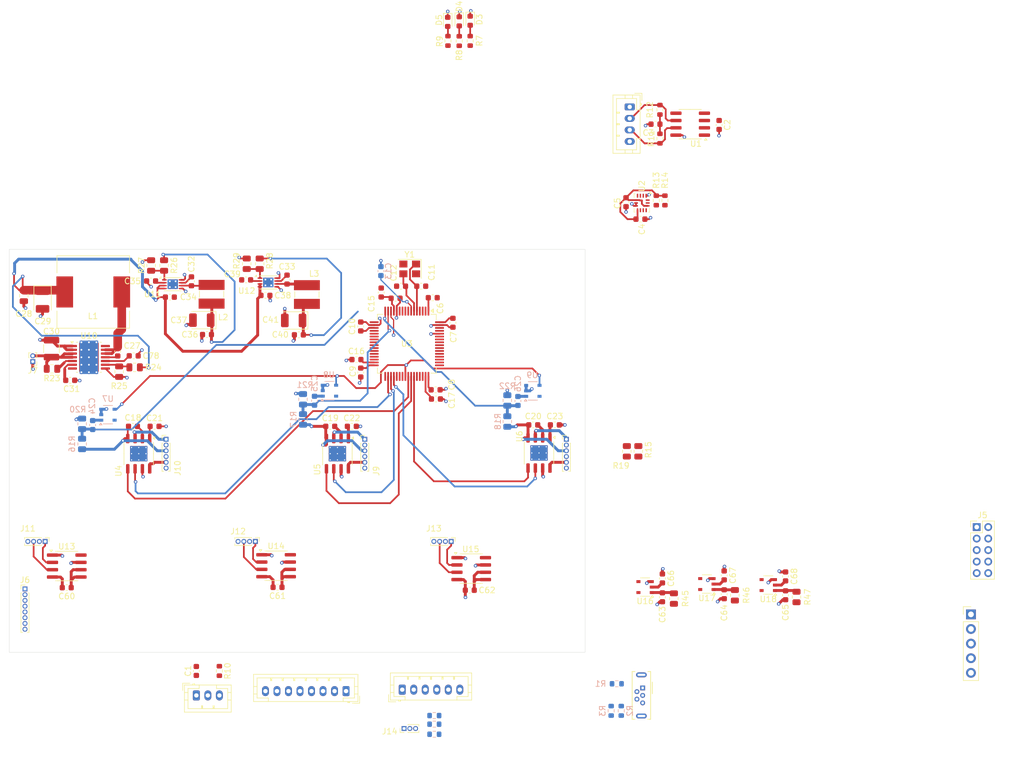
<source format=kicad_pcb>
(kicad_pcb (version 20240108) (generator "pcbnew") (generator_version "8.0")
  (title_block (comment 2 "BREKESHEV BAKTIYAR"))
  (layers (0 "F.Cu" signal) (1 "In1.Cu" signal) (2 "In2.Cu" signal) (31 "B.Cu" signal) (34 "B.Paste" user) (35 "F.Paste" user) (36 "B.SilkS" user "B.Silkscreen") (37 "F.SilkS" user "F.Silkscreen") (38 "B.Mask" user) (39 "F.Mask" user) (44 "Edge.Cuts" user))
  (net 0 "")
  (net 1 "/MCU/SERVO")
  (net 2 "GND")
  (net 3 "+5V")
  (net 4 "Net-(C3-Pad1)")
  (net 5 "VCC")
  (net 6 "Net-(U3-PH0-OSC_IN)")
  (net 7 "Net-(U3-PH1-OSC_OUT)")
  (net 8 "NRST")
  (net 9 "Net-(U3-VCAP1)")
  (net 10 "Net-(U3-VCAP2)")
  (net 11 "/Mosfet driver/HS1")
  (net 12 "Net-(U4-HB)")
  (net 13 "Net-(U5-HB)")
  (net 14 "/Mosfet driver/HS2")
  (net 15 "Net-(U6-HB)")
  (net 16 "/Mosfet driver/HS3")
  (net 17 "+12V")
  (net 18 "Net-(U7-IO_XA)")
  (net 19 "/MCU/VOLTAGE_1")
  (net 20 "Net-(U8-IO_XA)")
  (net 21 "/MCU/VOLTAGE_2")
  (net 22 "Net-(U9-IO_XA)")
  (net 23 "/MCU/VOLTAGE_3")
  (net 24 "Net-(C27-Pad2)")
  (net 25 "Net-(U10-BST)")
  (net 26 "V_IN")
  (net 27 "Net-(U10-SS)")
  (net 28 "Net-(U11-SW)")
  (net 29 "Net-(U11-BOOST)")
  (net 30 "Net-(U12-BOOST)")
  (net 31 "Net-(U12-SW)")
  (net 32 "Net-(U11-VCC)")
  (net 33 "Net-(U12-VCC)")
  (net 34 "/MCU/CURRENT_1")
  (net 35 "/MCU/CURRENT_2")
  (net 36 "/MCU/CURRENT_3")
  (net 37 "Net-(U16-IO_YA)")
  (net 38 "Net-(U17-IO_YA)")
  (net 39 "Net-(U18-IO_YA)")
  (net 40 "/MCU/ADC_TEMP")
  (net 41 "/MCU/ADC_TEMP2")
  (net 42 "/MCU/ADC_TEMP3")
  (net 43 "Net-(U10-VCC)")
  (net 44 "/MCU/HALL_1")
  (net 45 "/MCU/HALL_3")
  (net 46 "/MCU/TEMP_MOTOR")
  (net 47 "/MCU/HALL_2")
  (net 48 "/MCU/MISO_ADC_EXT2")
  (net 49 "/MCU/RX_SDA_NSS")
  (net 50 "/MCU/ADC_15")
  (net 51 "/MCU/TX_SCL_MOSI")
  (net 52 "/MCU/SCK_ADC_EXT")
  (net 53 "Net-(D3-A)")
  (net 54 "Net-(D4-A)")
  (net 55 "Net-(D5-A)")
  (net 56 "/Mosfet driver/HO1")
  (net 57 "/Mosfet driver/HO2")
  (net 58 "/Mosfet driver/HO3")
  (net 59 "/Mosfet driver/LO1")
  (net 60 "/Mosfet driver/LO2")
  (net 61 "/Mosfet driver/LO3")
  (net 62 "/CAN bus transceiver/CANL")
  (net 63 "/CAN bus transceiver/CANH")
  (net 64 "Net-(J4-Pin_3)")
  (net 65 "PB12")
  (net 66 "PA15")
  (net 67 "PB4")
  (net 68 "PB3")
  (net 69 "PB2")
  (net 70 "PC13")
  (net 71 "PC14")
  (net 74 "PC15")
  (net 75 "SWCLK")
  (net 76 "SWDIO")
  (net 77 "Net-(USB1-VBUS)")
  (net 78 "/MCU/LED_RED")
  (net 79 "/MCU/LED_GREEN")
  (net 80 "/MCU/AN_IN")
  (net 81 "Net-(U10-RON)")
  (net 82 "Net-(U10-FB)")
  (net 83 "Net-(U11-V_FB)")
  (net 84 "Net-(U12-V_FB)")
  (net 85 "/Power MOSFETS/C_A")
  (net 86 "/Power MOSFETS/C_B")
  (net 87 "/Power MOSFETS/C_C")
  (net 88 "/CAN bus transceiver/CAN_TX")
  (net 89 "/CAN bus transceiver/CAN_RX")
  (net 96 "/MCU/H1")
  (net 97 "/MCU/L1")
  (net 98 "/MCU/PC12")
  (net 99 "/MCU/PC11_UART_RX")
  (net 100 "/MCU/H3")
  (net 101 "/MCU/L2")
  (net 102 "/MCU/CURR_FILTER")
  (net 103 "/MCU/PC9")
  (net 104 "/MCU/H2")
  (net 105 "/MCU/PC10_UART_TX")
  (net 106 "/MCU/L3")
  (net 108 "Net-(J11-Pin_1)")
  (net 109 "Net-(J11-Pin_3)")
  (net 110 "Net-(J12-Pin_1)")
  (net 111 "Net-(J12-Pin_3)")
  (net 112 "Net-(J13-Pin_1)")
  (net 113 "Net-(J13-Pin_3)")
  (net 114 "/MCU/USB_D+")
  (net 115 "/MCU/USB_D-")
  (net 116 "/USB_+")
  (net 117 "/USB_-")
  (net 118 "Net-(J14-Pin_2)")
  (footprint "Resistor_SMD:R_0603_1608Metric" (layer "F.Cu") (at 109.8 151.275 -90)
    (property "Reference" "R7")
    (property "Value" "100R")
  )
  (footprint "Capacitor_SMD:C_0603_1608Metric" (layer "F.Cu") (at 62.25 260.75 90)
    (property "Reference" "C1")
    (property "Value" "100n")
  )
  (footprint "Capacitor_SMD:C_0603_1608Metric" (layer "F.Cu") (at 139.3625 182.25 180)
    (property "Reference" "C4")
    (property "Value" "100n")
  )
  (footprint "Connector_PinHeader_1.00mm:PinHeader_1x06_P1.00mm_Vertical" (layer "F.Cu") (at 91.5 220.5)
    (property "Reference" "J9")
    (property "Value" "GATE_PH_B")
  )
  (footprint "Resistor_SMD:R_0805_2012Metric" (layer "F.Cu") (at 54.4 190.3 90)
    (property "Reference" "R27")
    (property "Value" "10k")
  )
  (footprint "Capacitor_SMD:C_0603_1608Metric" (layer "F.Cu") (at 55 218.25)
    (property "Reference" "C21")
    (property "Value" "2.2u")
  )
  (footprint "Capacitor_SMD:C_0603_1608Metric" (layer "F.Cu") (at 48.6 205.25 90)
    (property "Reference" "C27")
    (property "Value" "100n")
  )
  (footprint "Package_LGA:Bosch_LGA-14_3x2.5mm_P0.5mm" (layer "F.Cu") (at 139.6075 179.44 -90)
    (property "Reference" "U2")
    (property "Value" "BMI160")
  )
  (footprint "Package_SO:SOIC-8_3.9x4.9mm_P1.27mm" (layer "F.Cu") (at 39.75 242.525)
    (property "Reference" "U13")
    (property "Value" "INA240")
  )
  (footprint "Package_SO:SOIC-8_3.9x4.9mm_P1.27mm" (layer "F.Cu") (at 109.98 242.97)
    (property "Reference" "U15")
    (property "Value" "INA240")
  )
  (footprint "Capacitor_SMD:C_0603_1608Metric" (layer "F.Cu") (at 94.35 195 -90)
    (property "Reference" "C15")
    (property "Value" "2.2u")
  )
  (footprint "Capacitor_SMD:C_0603_1608Metric" (layer "F.Cu") (at 74.25 195.5)
    (property "Reference" "C38")
    (property "Value" "2.2u")
  )
  (footprint "Capacitor_SMD:C_1210_3225Metric" (layer "F.Cu") (at 37.1 204.75 90)
    (property "Reference" "C30")
    (property "Value" "4.7u_100V")
  )
  (footprint "Capacitor_Tantalum_SMD:CP_EIA-3528-15_AVX-H" (layer "F.Cu") (at 63.2 199.8 180)
    (property "Reference" "C37")
    (property "Value" "100u")
  )
  (footprint "Capacitor_SMD:C_0603_1608Metric" (layer "F.Cu") (at 164.56 247.6 -90)
    (property "Reference" "C65")
    (property "Value" "1n")
  )
  (footprint "Capacitor_SMD:C_0603_1608Metric" (layer "F.Cu") (at 120.75 218 180)
    (property "Reference" "C20")
    (property "Value" "100n")
  )
  (footprint "Crystal:Crystal_SMD_3225-4Pin_3.2x2.5mm" (layer "F.Cu") (at 99.3 190.9 180)
    (property "Reference" "Y1")
    (property "Value" "8M")
  )
  (footprint "Package_SO:Infineon_PG-DSO-8-27_3.9x4.9mm_EP2.65x3mm_ThermalVias" (layer "F.Cu") (at 86.75 223 -90)
    (property "Reference" "U5")
    (property "Value" "UCC2721x")
  )
  (footprint "Capacitor_SMD:C_0603_1608Metric" (layer "F.Cu") (at 90.8 200.9 -90)
    (property "Reference" "C10")
    (property "Value" "2.2u")
  )
  (footprint "Resistor_SMD:R_0603_1608Metric" (layer "F.Cu") (at 107.9 151.3 -90)
    (property "Reference" "R8")
    (property "Value" "100R")
  )
  (footprint "Connector_PinHeader_1.00mm:PinHeader_1x04_P1.00mm_Vertical" (layer "F.Cu") (at 106.5 238.25 -90)
    (property "Reference" "J13")
    (property "Value" "CURR_SENS_PH_C")
  )
  (footprint "Connector_PinHeader_1.00mm:PinHeader_1x08_P1.00mm_Vertical" (layer "F.Cu") (at 32.5 246.5)
    (property "Reference" "J6")
    (property "Value" "TEMP_SENS")
  )
  (footprint "Package_DFN_QFN:TDFN-8-1EP_3x2mm_P0.5mm_EP1.80x1.65mm_ThermalVias" (layer "F.Cu") (at 74.75 193.25)
    (property "Reference" "U12")
    (property "Value" "MCP16311/2")
  )
  (footprint "Capacitor_SMD:C_0603_1608Metric" (layer "F.Cu") (at 78 192.75 -90)
    (property "Reference" "C33")
    (property "Value" "100n")
  )
  (footprint "Resistor_SMD:R_0805_2012Metric" (layer "F.Cu") (at 48.85 208.75 90)
    (property "Reference" "R25")
    (property "Value" "2k")
  )
  (footprint "Capacitor_SMD:C_0603_1608Metric" (layer "F.Cu") (at 103.3 195.9 180)
    (property "Reference" "C6")
    (property "Value" "2.2u")
  )
  (footprint "Connector_USB:USB_Micro-B_Wuerth_614105150721_Vertical" (layer "F.Cu") (at 139.75 263.7 -90)
    (property "Reference" "USB1" (hide yes))
    (property "Value" "USB Micro  U-D-M5DD-W-1")
  )
  (footprint "Capacitor_SMD:C_0603_1608Metric" (layer "F.Cu") (at 103.85 213.5)
    (property "Reference" "C17")
    (property "Value" "2.2u")
  )
  (footprint "Capacitor_SMD:C_0603_1608Metric" (layer "F.Cu") (at 85.5 218.25 180)
    (property "Reference" "C19")
    (property "Value" "100n")
  )
  (footprint "Package_SO:TSOP-5_1.65x3.05mm_P0.95mm" (layer "F.Cu") (at 140.172498 246.175 180)
    (property "Reference" "U16")
    (property "Value" "MC74VHC1GT66")
  )
  (footprint "Capacitor_SMD:C_0603_1608Metric" (layer "F.Cu") (at 164.56 244.325 90)
    (property "Reference" "C68")
    (property "Value" "15n")
  )
  (footprint "Connector_PinHeader_2.54mm:PinHeader_1x05_P2.54mm_Vertical" (layer "F.Cu") (at 196.75 250.92)
    (property "Reference" "P5" (hide yes))
    (property "Value" "SWD")
  )
  (footprint "Capacitor_SMD:C_0603_1608Metric" (layer "F.Cu") (at 153.025 165.88 -90)
    (property "Reference" "C2")
    (property "Value" "0.1u")
  )
  (footprint "Connector_PinHeader_1.00mm:PinHeader_1x06_P1.00mm_Vertical" (layer "F.Cu") (at 126.5 220.5)
    (property "Reference" "J8" (hide yes))
    (property "Value" "GATE_PH_C")
  )
  (footprint "Package_SO:HTSSOP-14-1EP_4.4x5mm_P0.65mm_EP3.4x5mm_Mask3x3.1mm_ThermalVias" (layer "F.Cu") (at 43.6 206.25)
    (property "Reference" "U10")
    (property "Value" "LM5161")
  )
  (footprint "Resistor_SMD:R_0805_2012Metric" (layer "F.Cu") (at 145.172498 248.175 90)
    (property "Reference" "R45")
    (property "Value" "1k")
  )
  (footprint "Package_QFP:LQFP-64_10x10mm_P0.5mm" (layer "F.Cu") (at 98.8 203.9 -90)
    (property "Reference" "U3")
    (property "Value" "STM32F405RGT6")
  )
  (footprint "Connector_PinHeader_1.00mm:PinHeader_1x02_P1.00mm_Vertical" (layer "F.Cu") (at 33.85 207 180)
    (property "Reference" "J7")
    (property "Value" "V_IN")
  )
  (footprint "Resistor_SMD:R_0805_2012Metric" (layer "F.Cu") (at 51.5375 208)
    (property "Reference" "R24")
    (property "Value" "10k")
  )
  (footprint "Connector_JST:JST_PH_B8B-PH-K_1x08_P2.00mm_Vertical" (layer "F.Cu") (at 88.25 264.25 180)
    (property "Reference" "J2" (hide yes))
    (property "Value" "Conn_01x08")
  )
  (footprint "Capacitor_SMD:C_0603_1608Metric" (layer "F.Cu") (at 153.9 244.15 90)
    (property "Reference" "C67")
    (property "Value" "15n")
  )
  (footprint "Capacitor_SMD:C_0603_1608Metric" (layer "F.Cu") (at 101.3 193.9)
    (property "Reference" "C11")
    (property "Value" "15p")
  )
  (footprint "Resistor_SMD:R_0603_1608Metric" (layer "F.Cu") (at 143.6125 179 90)
    (property "Reference" "R14")
    (property "Value" "1k")
  )
  (footprint "Capacitor_SMD:C_0603_1608Metric" (layer "F.Cu") (at 136.8625 179.3 90)
    (property "Reference" "C5")
    (property "Value" "100n")
  )
  (footprint "LED_SMD:LED_0603_1608Metric" (layer "F.Cu") (at 105.9 147.975 -90)
    (property "Reference" "D5")
    (property "Value" "BLU")
  )
  (footprint "Capacitor_SMD:C_0603_1608Metric" (layer "F.Cu") (at 106.8 200.25 90)
    (property "Reference" "C7")
    (property "Value" "2.2u")
  )
  (footprint "Resistor_SMD:R_0805_2012Metric" (layer "F.Cu") (at 139 222.5875 -90)
    (property "Reference" "R15")
    (property "Value" "68k")
  )
  (footprint "Capacitor_SMD:C_0603_1608Metric" (layer "F.Cu") (at 89.25 218.25)
    (property "Reference" "C22")
    (property "Value" "2.2u")
  )
  (footprint "Capacitor_SMD:C_0603_1608Metric" (layer "F.Cu") (at 51.25 218.25 180)
    (property "Reference" "C18")
    (property "Value" "100n")
  )
  (footprint "Connector_JST:JST_PH_B6B-PH-K_1x06_P2.00mm_Vertical" (layer "F.Cu") (at 98 264)
    (property "Reference" "P4" (hide yes))
    (property "Value" "HALL/Encoder")
  )
  (footprint "Capacitor_SMD:C_0603_1608Metric" (layer "F.Cu") (at 90.05 206.65 180)
    (property "Reference" "C16")
    (property "Value" "2.2u")
  )
  (footprint "Resistor_SMD:R_0603_1608Metric" (layer "F.Cu") (at 105.94 151.275 -90)
    (property "Reference" "R9")
    (property "Value" "2k2")
  )
  (footprint "Capacitor_Tantalum_SMD:CP_EIA-3528-15_AVX-H" (layer "F.Cu") (at 35.55 196.3 -90)
    (property "Reference" "C29")
    (property "Value" "22u_16v")
  )
  (footprint "Capacitor_SMD:C_0603_1608Metric" (layer "F.Cu") (at 64.1 202.3 180)
    (property "Reference" "C36")
    (property "Value" "2.2u")
  )
  (footprint "Connector_PinHeader_1.00mm:PinHeader_1x04_P1.00mm_Vertical" (layer "F.Cu") (at 36 238.25 -90)
    (property "Reference" "J11")
    (property "Value" "CURR_SENS_PH_A")
  )
  (footprint "Capacitor_SMD:C_0603_1608Metric" (layer "F.Cu") (at 80.05 202.35 180)
    (property "Reference" "C40")
    (property "Value" "2.2u")
  )
  (footprint "Connector_PinHeader_1.00mm:PinHeader_1x04_P1.00mm_Vertical" (layer "F.Cu") (at 72.5 238.25 -90)
    (property "Reference" "J12")
    (property "Value" "CURR_SENS_PH_B")
  )
  (footprint "Resistor_SMD:R_0805_2012Metric" (layer "F.Cu") (at 155.76 247.6 90)
    (property "Reference" "R46")
    (property "Value" "1k")
  )
  (footprint "Resistor_SMD:R_0805_2012Metric" (layer "F.Cu") (at 56.65 190.3 -90)
    (property "Reference" "R26")
    (property "Value" "52.3k")
  )
  (footprint "Capacitor_SMD:C_0603_1608Metric" (layer "F.Cu") (at 39.75 246.275 180)
    (property "Reference" "C60")
    (property "Value" "2.2u")
  )
  (footprint "Capacitor_SMD:C_0603_1608Metric" (layer "F.Cu") (at 90.8 208.9 90)
    (property "Reference" "C9")
    (property "Value" "2.2u")
  )
  (footprint "Capacitor_SMD:C_0603_1608Metric" (layer "F.Cu") (at 51.375 206)
    (property "Reference" "C78")
    (property "Value" "2.2u")
  )
  (footprint "Capacitor_SMD:C_0805_2012Metric" (layer "F.Cu") (at 32.3 195.55 -90)
    (property "Reference" "C28")
    (property "Value" "2.2u")
  )
  (footprint "Inductor_SMD:L_Ferrocore_DLG-0403" (layer "F.Cu") (at 64.9 195.3 90)
    (property "Reference" "L2")
    (property "Value" "22u")
  )
  (footprint "Capacitor_SMD:C_0603_1608Metric" (layer "F.Cu") (at 124.5 218)
    (property "Reference" "C23")
    (property "Value" "2.2u")
  )
  (footprint "Package_SO:SOIC-8_3.9x4.9mm_P1.27mm" (layer "F.Cu") (at 148 165.75 180)
    (property "Reference" "U1")
    (property "Value" "TJA1051T/3/1J")
  )
  (footprint "Connector_JST:JST_PH_B4B-PH-K_1x04_P2.00mm_Vertical" (layer "F.Cu") (at 137.5 162.75 -90)
    (property "Reference" "J1" (hide yes))
    (property "Value" "CAN")
  )
  (footprint "Resistor_SMD:R_0603_1608Metric" (layer "F.Cu") (at 142.75 168.25 90)
    (property "Reference" "R11")
    (property "Value" "60")
  )
  (footprint "Connector_PinHeader_2.00mm:PinHeader_2x05_P2.00mm_Vertical" (layer "F.Cu") (at 197.75 235.75)
    (property "Reference" "J5")
    (property "Value" "UNUSED MCU PINS")
  )
  (footprint "Package_SO:Infineon_PG-DSO-8-27_3.9x4.9mm_EP2.65x3mm_ThermalVias" (layer "F.Cu") (at 52.25 223 -90)
    (property "Reference" "U4")
    (property "Value" "UCC2721x")
  )
  (footprint "Capacitor_SMD:C_0603_1608Metric" (layer "F.Cu") (at 96.85 196 180)
    (property "Reference" "C14" (hide yes))
    (property "Value" "2.2u")
  )
  (footprint "Package_SO:TSOP-5_1.65x3.05mm_P0.95mm" (layer "F.Cu") (at 150.9 245.65 180)
    (property "Reference" "U17")
    (property "Value" "MC74VHC1GT66")
  )
  (footprint "Capacitor_SMD:C_0603_1608Metric" (layer "F.Cu") (at 57.65 195.8)
    (property "Reference" "C34")
    (property "Value" "2.2u")
  )
  (footprint "Package_SO:TSOP-5_1.65x3.05mm_P0.95mm" (layer "F.Cu") (at 161.56 245.825 180)
    (property "Reference" "U18")
    (property "Value" "MC74VHC1GT66")
  )
  (footprint "Connector_PinHeader_1.00mm:PinHeader_1x06_P1.00mm_Vertical" (layer "F.Cu") (at 57 220.5)
    (property "Reference" "J10")
    (property "Value" "GATE_PH_A")
  )
  (footprint "Capacitor_SMD:C_0603_1608Metric" (layer "F.Cu") (at 70.9 192.8 180)
    (property "Reference" "C39")
    (property "Value" "2.2u")
  )
  (footprint "Package_SO:Infineon_PG-DSO-8-27_3.9x4.9mm_EP2.65x3mm_ThermalVias" (layer "F.Cu") (at 121.75 222.875 -90)
    (property "Reference" "U6")
    (property "Value" "UCC2721x")
  )
  (footprint "Capacitor_SMD:C_0603_1608Metric" (layer "F.Cu") (at 40.35 210.25)
    (property "Reference" "C31")
    (property "Value" "10n")
  )
  (footprint "Resistor_SMD:R_0805_2012Metric" (layer "F.Cu") (at 137 222.5875 -90)
    (property "Reference" "R19")
    (property "Value" "2.2k")
  )
  (footprint "Package_SO:SOIC-8_3.9x4.9mm_P1.27mm" (layer "F.Cu") (at 76.1 242.465)
    (property "Reference" "U14")
    (property "Value" "INA240")
  )
  (footprint "Connector_JST:JST_PH_B3B-PH-K_1x03_P2.00mm_Vertical" (layer "F.Cu") (at 62.25 265)
    (property "Reference" "J4" (hide yes))
    (property "Value" "Conn_01x03")
  )
  (footprint "Resistor_SMD:R_0805_2012Metric" (layer "F.Cu") (at 166.46 247.9 90)
    (property "Reference" "R47")
    (property "Value" "1k")
  )
  (footprint "Capacitor_SMD:C_0603_1608Metric" (layer "F.Cu") (at 141.975 165.75 180)
    (property "Reference" "C3")
    (property "Value" "1nF")
  )
  (footprint "Capacitor_SMD:C_0603_1608Metric" (layer "F.Cu") (at 61.4 193.05 -90)
    (property "Reference" "C32")
    (property "Value" "100n")
  )
  (footprint "Resistor_SMD:R_0805_2012Metric" (layer "F.Cu") (at 37.1875 208.25 180)
    (property "Reference" "R23")
    (property "Value" "402k")
  )
  (footprint "Connector_PinHeader_1.00mm:PinHeader_1x03_P1.00mm_Vertical" (layer "F.Cu") (at 98.325 270.75 90)
    (property "Reference" "J14")
    (property "Value" "Pull_up")
  )
  (footprint "Resistor_SMD:R_0603_1608Metric" (layer "F.Cu") (at 66.25 260.75 -90)
    (property "Reference" "R10")
    (property "Value" "100R")
  )
  (footprint "Capacitor_SMD:C_0603_1608Metric" (layer "F.Cu") (at 143.172498 244.675 90)
    (property "Reference" "C66")
    (property "Value" "15n")
  )
  (footprint "LED_SMD:LED_0603_1608Metric" (layer "F.Cu") (at 107.9 147.8875 -90)
    (property "Reference" "D4")
    (property "Value" "GRN")
  )
  (footprint "Capacitor_Tantalum_SMD:CP_EIA-3528-15_AVX-H" (layer "F.Cu") (at 79.15 199.85 180)
    (property "Reference" "C41")
    (property "Value" "100u")
  )
  (footprint "Resistor_SMD:R_0603_1608Metric" (layer "F.Cu") (at 142.75 163.25 90)
    (property "Reference" "R12")
    (property "Value" "60")
  )
  (footprint "Resistor_SMD:R_0805_2012Metric" (layer "F.Cu") (at 71 190 90)
    (property "Reference" "R29")
    (property "Value" "10k")
  )
  (footprint "Capacitor_SMD:C_0603_1608Metric" (layer "F.Cu") (at 103.8 211.9 180)
    (property "Reference" "C8")
    (property "Value" "2.2u")
  )
  (footprint "Resistor_SMD:R_0805_2012Metric" (layer "F.Cu") (at 73.25 190 -90)
    (property "Reference" "R28")
    (property "Value" "33k")
  )
  (footprint "Capacitor_SMD:C_0603_1608Metric" (layer "F.Cu") (at 97.8 193.9 180)
    (property "Reference" "C12")
    (property "Value" "15p")
  )
  (footprint "LED_SMD:LED_0603_1608Metric" (layer "F.Cu") (at 109.8 147.775 -90)
    (property "Reference" "D3")
    (property "Value" "RED")
  )
  (footprint "Capacitor_SMD:C_0603_1608Metric" (layer "F.Cu") (at 153.9 247.425 -90)
    (property "Reference" "C64")
    (property "Value" "1n")
  )
  (footprint "Resistor_SMD:R_0603_1608Metric" (layer "F.Cu") (at 142.1125 179 -90)
    (property "Reference" "R13")
    (property "Value" "1k")
  )
  (footprint "Capacitor_SMD:C_0603_1608Metric" (layer "F.Cu") (at 76.35 246.215 180)
    (property "Reference" "C61")
    (property "Value" "2.2u")
  )
  (footprint "Capacitor_SMD:C_0603_1608Metric" (layer "F.Cu") (at 109.73 246.72 180)
    (property "Reference" "C62")
    (property "Value" "2.2u")
  )
  (footprint "Inductor_SMD:L_Ferrocore_DLG-0403" (layer "F.Cu") (at 81.45 195.35 90)
    (property "Reference" "L3")
    (property "Value" "22u")
  )
  (footprint "Capacitor_SMD:C_0603_1608Metric" (layer "F.Cu") (at 143.172498 247.95 -90)
    (property "Reference" "C63")
    (property "Value" "1n")
  )
  (footprint "Package_DFN_QFN:TDFN-8-1EP_3x2mm_P0.5mm_EP1.80x1.65mm_ThermalVias" (layer "F.Cu") (at 58.15 193.55)
    (property "Reference" "U11")
    (property "Value" "MCP16311/2")
  )
  (footprint "Inductor_SMD:L_12x12mm_H8mm" (layer "F.Cu") (at 44.35 194.9)
    (property "Reference" "L1")
    (property "Value" "100u")
  )
  (footprint "Capacitor_SMD:C_0603_1608Metric" (layer "F.Cu") (at 54.4 193 180)
    (property "Reference" "C35")
    (property "Value" "2.2u")
  )
  (footprint "Resistor_SMD:R_0603_1608Metric" (layer "B.Cu") (at 103.575 268.5)
    (property "Reference" "R4" (hide yes))
    (property "Value" "2k2")
  )
  (footprint "Resistor_SMD:R_0805_2012Metric" (layer "B.Cu") (at 42.415002 217.8125 90)
    (property "Reference" "R20")
    (property "Value" "2k2")
  )
  (footprint "Resistor_SMD:R_0603_1608Metric" (layer "B.Cu") (at 103.575 271.75)
    (property "Reference" "R6" (hide yes))
    (property "Value" "2k2")
  )
  (footprint "Resistor_SMD:R_0603_1608Metric" (layer "B.Cu") (at 103.575 270)
    (property "Reference" "R5" (hide yes))
    (property "Value" "2k2")
  )
  (footprint "Resistor_SMD:R_0805_2012Metric" (layer "B.Cu") (at 116.25 213.75 90)
    (property "Reference" "R22")
    (property "Value" "2k2")
  )
  (footprint "Package_SO:TSOP-5_1.65x3.05mm_P0.95mm" (layer "B.Cu") (at 85.3625 212.05)
    (property "Reference" "U8")
    (property "Value" "MC74VHC1GT66")
  )
  (footprint "Resistor_SMD:R_0805_2012Metric" (layer "B.Cu") (at 80.7725 213.55 90)
    (property "Reference" "R21")
    (property "Value" "2k2")
  )
  (footprint "Resistor_SMD:R_0805_2012Metric" (layer "B.Cu") (at 116.25 217.4125 -90)
    (property "Reference" "R18")
    (property "Value" "68k")
  )
  (footprint "Resistor_SMD:R_0805_2012Metric" (layer "B.Cu") (at 42.415002 221.3125 -90)
    (property "Reference" "R16")
    (property "Value" "68k")
  )
  (footprint "Package_SO:TSOP-5_1.65x3.05mm_P0.95mm" (layer "B.Cu") (at 120.6775 212.0875)
    (property "Reference" "U9")
    (property "Value" "MC74VHC1GT66")
  )
  (footprint "Capacitor_SMD:C_0603_1608Metric" (layer "B.Cu") (at 44.25 218.025 90)
    (property "Reference" "C24")
    (property "Value" "100n")
  )
  (footprint "Resistor_SMD:R_0603_1608Metric" (layer "B.Cu") (at 136.03 267.675 90)
    (property "Reference" "R3")
    (property "Value" "22R")
  )
  (footprint "Package_SO:TSOP-5_1.65x3.05mm_P0.95mm" (layer "B.Cu") (at 46.9 216.225)
    (property "Reference" "U7")
    (property "Value" "MC74VHC1GT66")
  )
  (footprint "Capacitor_SMD:C_0603_1608Metric" (layer "B.Cu") (at 118.0875 213.8375 90)
    (property "Reference" "C26")
    (property "Value" "100n")
  )
  (footprint "Capacitor_SMD:C_0603_1608Metric" (layer "B.Cu") (at 82.7725 213.8 90)
    (property "Reference" "C25")
    (property "Value" "100n")
  )
  (footprint "Resistor_SMD:R_0603_1608Metric" (layer "B.Cu") (at 134.28 267.675 90)
    (property "Reference" "R2")
    (property "Value" "22R")
  )
  (footprint "Capacitor_SMD:C_0603_1608Metric" (layer "B.Cu") (at 94.3 191.275 -90)
    (property "Reference" "C13")
    (property "Value" "100n")
  )
  (footprint "Resistor_SMD:R_0805_2012Metric" (layer "B.Cu") (at 80.7725 217.05 -90)
    (property "Reference" "R17")
    (property "Value" "68k")
  )
  (footprint "Resistor_SMD:R_0603_1608Metric" (layer "B.Cu") (at 135.255 262.975)
    (property "Reference" "R1")
    (property "Value" "22R")
  )
  (gr_rect (start 29.75 187.5) (end 129.75 257.5) (stroke (width 0.05)) (fill none) (layer "Edge.Cuts"))
  (segment (start 97.05 199.35) (end 97 199.4) (width 0.3) (layer "F.Cu") (net 2))
  (segment (start 90.025 218.25) (end 90.75 218.25) (width 0.5) (layer "F.Cu") (net 2))
  (segment (start 103.05 202.15) (end 103 202.2) (width 0.3) (layer "F.Cu") (net 2))
  (segment (start 108.955 247.945) (end 108.98 247.97) (width 0.5) (layer "F.Cu") (net 2))
  (segment (start 104.475 200.65) (end 105.775 200.65) (width 0.3) (layer "F.Cu") (net 2))
  (segment (start 140.8625 182.25) (end 141.1125 182) (width 0.3) (layer "F.Cu") (net 2))
  (segment (start 104.575 211.9) (end 105.4 211.9) (width 0.3) (layer "F.Cu") (net 2))
  (segment (start 108.635 244.875) (end 108.955 245.195) (width 0.5) (layer "F.Cu") (net 2))
  (segment (start 87.385 225.625) (end 87.385 226.885) (width 0.5) (layer "F.Cu") (net 2))
  (segment (start 107.505 241.065) (end 108.825 241.065) (width 0.5) (layer "F.Cu") (net 2))
  (segment (start 153.9 248.2) (end 153.26 248.2) (width 0.5) (layer "F.Cu") (net 2))
  (segment (start 107.505 244.875) (end 108.635 244.875) (width 0.5) (layer "F.Cu") (net 2))
  (segment (start 122.385 226.885) (end 122.5 227) (width 0.5) (layer "F.Cu") (net 2))
  (segment (start 50.0625 209.6625) (end 50.2 209.8) (width 0.3) (layer "F.Cu") (net 2))
  (segment (start 136.9975 179.94) (end 136.8625 180.075) (width 0.3) (layer "F.Cu") (net 2))
  (segment (start 32.6 197.7) (end 32.3 197.4) (width 0.5) (layer "F.Cu") (net 2))
  (segment (start 35.55 198.75) (end 35.2 199.1) (width 0.5) (layer "F.Cu") (net 2))
  (segment (start 33.85 207) (end 33.85 208.25) (width 0.5) (layer "F.Cu") (net 2))
  (segment (start 164.56 243.55) (end 163.61 243.55) (width 0.5) (layer "F.Cu") (net 2))
  (segment (start 153.025 167.725) (end 153 167.75) (width 0.3) (layer "F.Cu") (net 2))
  (segment (start 92.225 200.65) (end 91.7 200.125) (width 0.3) (layer "F.Cu") (net 2))
  (segment (start 94.00312 200.65) (end 93.125 200.65) (width 0.3) (layer "F.Cu") (net 2))
  (segment (start 77.6125 197.8125) (end 77.6 197.8) (width 0.5) (layer "F.Cu") (net 2))
  (segment (start 76.7 192.5) (end 76.7 191.8) (width 0.3) (layer "F.Cu") (net 2))
  (segment (start 48.85 209.6625) (end 50.0625 209.6625) (width 0.3) (layer "F.Cu") (net 2))
  (segment (start 53.2125 189.3875) (end 52.9 189.7) (width 0.3) (layer "F.Cu") (net 2))
  (segment (start 77.6125 199.85) (end 77.6125 197.8125) (width 0.5) (layer "F.Cu") (net 2))
  (segment (start 53.625 193) (end 53.625 193.225) (width 0.3) (layer "F.Cu") (net 2))
  (segment (start 138.2125 179.94) (end 138.595 179.94) (width 0.3) (layer "F.Cu") (net 2))
  (segment (start 93.125 200.65) (end 92.225 200.65) (width 0.3) (layer "F.Cu") (net 2))
  (segment (start 97.05 197.325) (end 97.625 196.75) (width 0.3) (layer "F.Cu") (net 2))
  (segment (start 75.025 196.325) (end 75.1 196.4) (width 0.5) (layer "F.Cu") (net 2))
  (segment (start 42.225 241.89) (end 40.635 241.89) (width 0.5) (layer "F.Cu") (net 2))
  (segment (start 76.4 194) (end 77 194.6) (width 0.3) (layer "F.Cu") (net 2))
  (segment (start 33.85 208.25) (end 33.9 208.3) (width 0.5) (layer "F.Cu") (net 2))
  (segment (start 38.655 244.43) (end 38.975 244.75) (width 0.5) (layer "F.Cu") (net 2))
  (segment (start 153.9 243.375) (end 153.9 242.66) (width 0.5) (layer "F.Cu") (net 2))
  (segment (start 94.25 200.40312) (end 94.00312 200.65) (width 0.3) (layer "F.Cu") (net 2))
  (segment (start 47.925 209.6625) (end 48.85 209.6625) (width 0.3) (layer "F.Cu") (net 2))
  (segment (start 143.172498 243.087502) (end 143.26 243) (width 0.5) (layer "F.Cu") (net 2))
  (segment (start 153.26 248.2) (end 152.76 248.7) (width 0.5) (layer "F.Cu") (net 2))
  (segment (start 52.885 226.885) (end 53 227) (width 0.3) (layer "F.Cu") (net 2))
  (segment (start 97.05 198.225) (end 97.05 199.35) (width 0.3) (layer "F.Cu") (net 2))
  (segment (start 37.1 203.275) (end 35.175 203.275) (width 0.5) (layer "F.Cu") (net 2))
  (segment (start 122.385 225.5) (end 122.385 226.885) (width 0.5) (layer "F.Cu") (net 2))
  (segment (start 142.735 248.725) (end 142.26 249.2) (width 0.5) (layer "F.Cu") (net 2))
  (segment (start 146.655 167.655) (end 145.525 167.655) (width 0.3) (layer "F.Cu") (net 2))
  (segment (start 151.36 244.7) (end 151.06 245) (width 0.5) (layer "F.Cu") (net 2))
  (segment (start 143.172498 243.9) (end 143.172498 243.087502) (width 0.5) (layer "F.Cu") (net 2))
  (segment (start 60.1 192.8) (end 60.3 192.6) (width 0.3) (layer "F.Cu") (net 2))
  (segment (start 106.15 201.025) (end 106.8 201.025) (width 0.3) (layer "F.Cu") (net 2))
  (segment (start 55.775 218.25) (end 57 218.25) (width 0.3) (layer "F.Cu") (net 2))
  (segment (start 141.332498 245.225) (end 140.735 245.225) (width 0.5) (layer "F.Cu") (net 2))
  (segment (start 164.085 248.375) (end 163.36 249.1) (width 0.5) (layer "F.Cu") (net 2))
  (segment (start 104.625 213.5) (end 105.2 213.5) (width 0.3) (layer "F.Cu") (net 2))
  (segment (start 140.735 245.225) (end 140.46 245.5) (width 0.5) (layer "F.Cu") (net 2))
  (segment (start 90.8 209.675) (end 90.8 210.5) (width 0.2) (layer "F.Cu") (net 2))
  (segment (start 35.175 203.275) (end 35.1 203.2) (width 0.5) (layer "F.Cu") (net 2))
  (segment (start 53.625 193.225) (end 54.4 194) (width 0.3) (layer "F.Cu") (net 2))
  (segment (start 78.575 241.83) (end 77.235 241.83) (width 0.5) (layer "F.Cu") (net 2))
  (segment (start 77.235 241.83) (end 77.1 241.965) (width 0.5) (layer "F.Cu") (net 2))
  (segment (start 75.025 195.5) (end 75.025 196.325) (width 0.5) (layer "F.Cu") (net 2))
  (segment (start 97.05 198.225) (end 97.05 197.325) (width 0.3) (layer "F.Cu") (net 2))
  (segment (start 76.7 191.8) (end 76.5 191.6) (width 0.3) (layer "F.Cu") (net 2))
  (segment (start 76.2 192.5) (end 76.7 192.5) (width 0.3) (layer "F.Cu") (net 2))
  (segment (start 105.2 213.5) (end 105.6 213.9) (width 0.3) (layer "F.Cu") (net 2))
  (segment (start 60.65 200.55) (end 61.8625 200.55) (width 0.5) (layer "F.Cu") (net 2))
  (segment (start 38.845 240.62) (end 39 240.775) (width 0.5) (layer "F.Cu") (net 2))
  (segment (start 39.75 204.95) (end 39.4 204.6) (width 0.5) (layer "F.Cu") (net 2))
  (segment (start 88.45 206.65) (end 88.3 206.8) (width 0.3) (layer "F.Cu") (net 2))
  (segment (start 60.3 192) (end 60.2 191.9) (width 0.3) (layer "F.Cu") (net 2))
  (segment (start 71 189.0875) (end 69.8875 189.0875) (width 0.3) (layer "F.Cu") (net 2))
  (segment (start 32.3 197.4) (end 32.3 196.5) (width 0.5) (layer "F.Cu") (net 2))
  (segment (start 109.8 146.9875) (end 109.8 146.1625) (width 0.3) (layer "F.Cu") (net 2))
  (segment (start 147 168) (end 146.655 167.655) (width 0.3) (layer "F.Cu") (net 2))
  (segment (start 162.085 244.875) (end 161.56 245.4) (width 0.5) (layer "F.Cu") (net 2))
  (segment (start 79.275 203.225) (end 79.1 203.4) (width 0.5) (layer "F.Cu") (net 2))
  (segment (start 136.8625 180.075) (end 136.8625 181) (width 0.3) (layer "F.Cu") (net 2))
  (segment (start 52.885 225.625) (end 52.885 226.885) (width 0.3) (layer "F.Cu") (net 2))
  (segment (start 104.475 200.65) (end 103.15 200.65) (width 0.3) (layer "F.Cu") (net 2))
  (segment (start 79.275 202.35) (end 79.275 203.225) (width 0.5) (layer "F.Cu") (net 2))
  (segment (start 125.275 218) (end 126.25 218) (width 0.5) (layer "F.Cu") (net 2))
  (segment (start 76.2 194) (end 76.4 194) (width 0.3) (layer "F.Cu") (net 2))
  (segment (start 137.8625 179.59) (end 138.2125 179.94) (width 0.3) (layer "F.Cu") (net 2))
  (segment (start 87.385 226.885) (end 87.5 227) (width 0.5) (layer "F.Cu") (net 2))
  (segment (start 54.4 189.3875) (end 53.2125 189.3875) (width 0.3) (layer "F.Cu") (net 2))
  (segment (start 89.275 206.65) (end 88.45 206.65) (width 0.3) (layer "F.Cu") (net 2))
  (segment (start 39.4 204.6) (end 39.4 204.3) (width 0.5) (layer "F.Cu") (net 2))
  (segment (start 91.7 200.125) (end 90.8 200.125) (width 0.3) (layer "F.Cu") (net 2))
  (segment (start 37.525 240.62) (end 38.845 240.62) (width 0.5) (layer "F.Cu") (net 2))
  (segment (start 141.475 165.75) (end 140.5 165.75) (width 0.3) (layer "F.Cu") (net 2))
  (segment (start 59.6 194.3) (end 59.9 194.3) (width 0.3) (layer "F.Cu") (net 2))
  (segment (start 59.6 192.8) (end 60.1 192.8) (width 0.3) (layer "F.Cu") (net 2))
  (segment (start 97.625 196.75) (end 97.625 196) (width 0.3) (layer "F.Cu") (net 2))
  (segment (start 110.865 242.335) (end 110.73 242.47) (width 0.5) (layer "F.Cu") (net 2))
  (segment (start 40.7375 204.95) (end 39.75 204.95) (width 0.5) (layer "F.Cu") (net 2))
  (segment (start 104.475 202.15) (end 103.05 202.15) (width 0.3) (layer "F.Cu") (net 2))
  (segment (start 59.9 194.3) (end 60.4 194.8) (width 0.3) (layer "F.Cu") (net 2))
  (segment (start 73.875 240.56) (end 75.195 240.56) (width 0.5) (layer "F.Cu") (net 2))
  (segment (start 108.955 246.72) (end 108.955 247.945) (width 0.5) (layer "F.Cu") (net 2))
  (segment (start 140.3575 178.1775) (end 140.685 178.1775) (width 0.3) (layer "F.Cu") (net 2))
  (segment (start 63.2 203.4) (end 63.2 202.75) (width 0.5) (layer "F.Cu") (net 2))
  (segment (start 39.4 204.3) (end 38.125 204.3) (width 0.5) (layer "F.Cu") (net 2))
  (segment (start 52.15 205.65) (end 52.8 205) (width 0.3) (layer "F.Cu") (net 2))
  (segment (start 163.61 243.55) (end 163.46 243.4) (width 0.5) (layer "F.Cu") (net 2))
  (segment (start 38.975 244.75) (end 38.975 246.275) (width 0.5) (layer "F.Cu") (net 2))
  (segment (start 90.8 210.5) (end 90.6 210.7) (width 0.2) (layer "F.Cu") (net 2))
  (segment (start 112.455 242.335) (end 110.865 242.335) (width 0.5) (layer "F.Cu") (net 2))
  (segment (start 105.9 147.1875) (end 105.9 146.1625) (width 0.3) (layer "F.Cu") (net 2))
  (segment (start 103.15 200.65) (end 103 200.8) (width 0.3) (layer "F.Cu") (net 2))
  (segment (start 41.95 210.25) (end 42 210.3) (width 0.3) (layer "F.Cu") (net 2))
  (segment (start 153.025 166.655) (end 153.025 167.725) (width 0.3) (layer "F.Cu") (net 2))
  (segment (start 105.4 211.9) (end 105.6 211.7) (width 0.3) (layer "F.Cu") (net 2))
  (segment (start 60.3 192.6) (end 60.3 192) (width 0.3) (layer "F.Cu") (net 2))
  (segment (start 108.825 241.065) (end 108.98 241.22) (width 0.5) (layer "F.Cu") (net 2))
  (segment (start 153.9 242.66) (end 153.96 242.6) (width 0.5) (layer "F.Cu") (net 2))
  (segment (start 140.1375 182.25) (end 140.8625 182.25) (width 0.3) (layer "F.Cu") (net 2))
  (segment (start 109.8 146.1625) (end 109.9 146.0625) (width 0.3) (layer "F.Cu") (net 2))
  (segment (start 107.9 147.1) (end 107.9 146.2625) (width 0.3) (layer "F.Cu") (net 2))
  (segment (start 40.7375 204.3) (end 39.4 204.3) (width 0.5) (layer "F.Cu") (net 2))
  (segment (start 38.125 204.3) (end 37.1 203.275) (width 0.5) (layer "F.Cu") (net 2))
  (segment (start 75.195 240.56) (end 75.35 240.715) (width 0.5) (layer "F.Cu") (net 2))
  (segment (start 143.172498 248.725) (end 142.735 248.725) (width 0.5) (layer "F.Cu") (net 2))
  (segment (start 140.5 165.75) (end 140.25 166) (width 0.3) (layer "F.Cu") (net 2))
  (segment (start 164.56 248.375) (end 164.085 248.375) (width 0.5) (layer "F.Cu") (net 2))
  (segment (start 94.1 199.5) (end 94.25 199.65) (width 0.3) (layer "F.Cu") (net 2))
  (segment (start 63.2 202.75) (end 63.42 202.53) (width 0.5) (layer "F.Cu") (net 2))
  (segment (start 73.625 244.37) (end 75.005 244.37) (width 0.5) (layer "F.Cu") (net 2))
  (segment (start 75.575 244.94) (end 75.575 246.215) (width 0.5) (layer "F.Cu") (net 2))
  (segment (start 37.275 244.43) (end 38.655 244.43) (width 0.5) (layer "F.Cu") (net 2))
  (segment (start 41.125 210.25) (end 41.95 210.25) (width 0.3) (layer "F.Cu") (net 2))
  (segment (start 107.9 146.2625) (end 108 146.1625) (width 0.3) (layer "F.Cu") (net 2))
  (segment (start 69.8875 189.0875) (end 69.7 188.9) (width 0.3) (layer "F.Cu") (net 2))
  (segment (start 138.595 179.44) (end 138.595 179.94) (width 0.3) (layer "F.Cu") (net 2))
  (segment (start 152.06 244.7) (end 151.36 244.7) (width 0.5) (layer "F.Cu") (net 2))
  (segment (start 162.72 244.875) (end 162.085 244.875) (width 0.5) (layer "F.Cu") (net 2))
  (segment (start 140.685 178.1775) (end 140.8625 178) (width 0.3) (layer "F.Cu") (net 2))
  (segment (start 60.5 200.7) (end 60.65 200.55) (width 0.5) (layer "F.Cu") (net 2))
  (segment (start 52.15 206) (end 52.15 205.65) (width 0.3) (layer "F.Cu") (net 2))
  (segment (start 35.55 197.8375) (end 35.55 198.75) (width 0.5) (layer "F.Cu") (net 2))
  (segment (start 40.635 241.89) (end 40.5 242.025) (width 0.5) (layer "F.Cu") (net 2))
  (segment (start 108.955 245.195) (end 108.955 246.72) (width 0.5) (layer "F.Cu") (net 2))
  (segment (start 75.005 244.37) (end 75.575 244.94) (width 0.5) (layer "F.Cu") (net 2))
  (segment (start 94.25 199.65) (end 94.25 200.40312) (width 0.3) (layer "F.Cu") (net 2))
  (segment (start 105.775 200.65) (end 106.15 201.025) (width 0.3) (layer "F.Cu") (net 2))
  (segment (start 46.4625 208.2) (end 47.925 209.6625) (width 0.3) (layer "F.Cu") (net 2))
  (via (at 97 199.4) (size 0.6) (drill 0.3) (layers "F.Cu" "B.Cu") (net 2))
  (via (at 90.75 218.25) (size 0.6) (drill 0.3) (layers "F.Cu" "B.Cu") (net 2))
  (via (at 39 240.775) (size 0.6) (drill 0.3) (layers "F.Cu" "B.Cu") (net 2))
  (via (at 42 210.3) (size 0.6) (drill 0.3) (layers "F.Cu" "B.Cu") (net 2))
  (via (at 53 227) (size 0.6) (drill 0.3) (layers "F.Cu" "B.Cu") (net 2))
  (via (at 163.46 243.4) (size 0.6) (drill 0.3) (layers "F.Cu" "B.Cu") (net 2))
  (via (at 35.1 203.2) (size 0.6) (drill 0.3) (layers "F.Cu" "B.Cu") (net 2))
  (via (at 88.3 206.8) (size 0.6) (drill 0.3) (layers "F.Cu" "B.Cu") (net 2))
  (via (at 151.06 245) (size 0.6) (drill 0.3) (layers "F.Cu" "B.Cu") (net 2))
  (via (at 40.5 242.025) (size 0.6) (drill 0.3) (layers "F.Cu" "B.Cu") (net 2))
  (via (at 141.1125 182) (size 0.6) (drill 0.3) (layers "F.Cu" "B.Cu") (net 2))
  (via (at 57 218.25) (size 0.6) (drill 0.3) (layers "F.Cu" "B.Cu") (net 2))
  (via (at 153 167.75) (size 0.6) (drill 0.3) (layers "F.Cu" "B.Cu") (net 2))
  (via (at 35.2 199.1) (size 0.6) (drill 0.3) (layers "F.Cu" "B.Cu") (net 2))
  (via (at 103 200.8) (size 0.6) (drill 0.3) (layers "F.Cu" "B.Cu") (net 2))
  (via (at 77.1 241.965) (size 0.6) (drill 0.3) (layers "F.Cu" "B.Cu") (net 2))
  (via (at 75.35 240.715) (size 0.6) (drill 0.3) (layers "F.Cu" "B.Cu") (net 2))
  (via (at 108.98 241.22) (size 0.6) (drill 0.3) (layers "F.Cu" "B.Cu") (net 2))
  (via (at 152.76 248.7) (size 0.6) (drill 0.3) (layers "F.Cu" "B.Cu") (net 2))
  (via (at 77.6 197.8) (size 0.6) (drill 0.3) (layers "F.Cu" "B.Cu") (net 2))
  (via (at 108 146.1625) (size 0.6) (drill 0.3) (layers "F.Cu" "B.Cu") (net 2))
  (via (at 140.46 245.5) (size 0.6) (drill 0.3) (layers "F.Cu" "B.Cu") (net 2))
  (via (at 94.3 189.475) (size 0.6) (drill 0.3) (layers "F.Cu" "B.Cu") (net 2))
  (via (at 77 194.6) (size 0.6) (drill 0.3) (layers "F.Cu" "B.Cu") (net 2))
  (via (at 52.9 189.7) (size 0.6) (drill 0.3) (layers "F.Cu" "B.Cu") (net 2))
  (via (at 50.2 209.8) (size 0.6) (drill 0.3) (layers "F.Cu" "B.Cu") (net 2))
  (via (at 79.5225 212.55) (size 0.6) (drill 0.3) (layers "F.Cu" "B.Cu") (net 2))
  (via (at 105.9 146.1625) (size 0.6) (drill 0.3) (layers "F.Cu" "B.Cu") (net 2))
  (via (at 32.6 197.7) (size 0.6) (drill 0.3) (layers "F.Cu" "B.Cu") (net 2))
  (via (at 105.6 211.7) (size 0.6) (drill 0.3) (layers "F.Cu" "B.Cu") (net 2))
  (via (at 76.5 191.6) (size 0.6) (drill 0.3) (layers "F.Cu" "B.Cu") (net 2))
  (via (at 161.56 245.4) (size 0.6) (drill 0.3) (layers "F.Cu" "B.Cu") (net 2))
  (via (at 33.9 208.3) (size 0.6) (drill 0.3) (layers "F.Cu" "B.Cu") (net 2))
  (via (at 85.0225 211.05) (size 0.6) (drill 0.3) (layers "F.Cu" "B.Cu") (net 2))
  (via (at 140.8625 178) (size 0.6) (drill 0.3) (layers "F.Cu" "B.Cu") (net 2))
  (via (at 46.65 215.225) (size 0.6) (drill 0.3) (layers "F.Cu" "B.Cu") (net 2))
  (via (at 122.5 227) (size 0.6) (drill 0.3) (layers "F.Cu" "B.Cu") (net 2))
  (via (at 41.415002 217.0625) (size 0.6) (drill 0.3) (layers "F.Cu" "B.Cu") (net 2))
  (via (at 163.36 249.1) (size 0.6) (drill 0.3) (layers "F.Cu" "B.Cu") (net 2))
  (via (at 140.25 166) (size 0.6) (drill 0.3) (layers "F.Cu" "B.Cu") (net 2))
  (via (at 87.5 227) (size 0.6) (drill 0.3) (layers "F.Cu" "B.Cu") (net 2))
  (via (at 143.26 243) (size 0.6) (drill 0.3) (layers "F.Cu" "B.Cu") (net 2))
  (via (at 108.98 247.97) (size 0.6) (drill 0.3) (layers "F.Cu" "B.Cu") (net 2))
  (via (at 136.8625 181) (size 0.6) (drill 0.3) (layers "F.Cu" "B.Cu") (net 2))
  (via (at 147 168) (size 0.6) (drill 0.3) (layers "F.Cu" "B.Cu") (net 2))
  (via (at 126.25 218) (size 0.6) (drill 0.3) (layers "F.Cu" "B.Cu") (net 2))
  (via (at 142.26 249.2) (size 0.6) (drill 0.3) (layers "F.Cu" "B.Cu") (net 2))
  (via (at 60.2 191.9) (size 0.6) (drill 0.3) (layers "F.Cu" "B.Cu") (net 2))
  (via (at 52.8 205) (size 0.6) (drill 0.3) (layers "F.Cu" "B.Cu") (net 2))
  (via (at 116.25 212) (size 0.6) (drill 0.3) (layers "F.Cu" "B.Cu") (net 2))
  (via (at 110.73 242.47) (size 0.6) (drill 0.3) (layers "F.Cu" "B.Cu") (net 2))
  (via (at 109.9 146.0625) (size 0.6) (drill 0.3) (layers "F.Cu" "B.Cu") (net 2))
  (via (at 103 202.2) (size 0.6) (drill 0.3) (layers "F.Cu" "B.Cu") (net 2))
  (via (at 60.5 200.7) (size 0.6) (drill 0.3) (layers "F.Cu" "B.Cu") (net 2))
  (via (at 105.6 213.9) (size 0.6) (drill 0.3) (layers "F.Cu" "B.Cu") (net 2))
  (via (at 54.4 194) (size 0.6) (drill 0.3) (layers "F.Cu" "B.Cu") (net 2))
  (via (at 69.7 188.9) (size 0.6) (drill 0.3) (layers "F.Cu" "B.Cu") (net 2))
  (via (at 79.1 203.4) (size 0.6) (drill 0.3) (layers "F.Cu" "B.Cu") (net 2))
  (via (at 94.1 199.5) (size 0.6) (drill 0.3) (layers "F.Cu" "B.Cu") (net 2))
  (via (at 75.1 196.4) (size 0.6) (drill 0.3) (layers "F.Cu" "B.Cu") (net 2))
  (via (at 153.96 242.6) (size 0.6) (drill 0.3) (layers "F.Cu" "B.Cu") (net 2))
  (via (at 60.4 194.8) (size 0.6) (drill 0.3) (layers "F.Cu" "B.Cu") (net 2))
  (via (at 90.6 210.7) (size 0.6) (drill 0.3) (layers "F.Cu" "B.Cu") (net 2))
  (via (at 120.5 211.75) (size 0.6) (drill 0.3) (layers "F.Cu" "B.Cu") (net 2))
  (via (at 63.2 203.4) (size 0.6) (drill 0.3) (layers "F.Cu" "B.Cu") (net 2))
  (via (at 137.8625 179.59) (size 0.6) (drill 0.3) (layers "F.Cu" "B.Cu") (net 2))
  (segment (start 120.1625 212.0875) (end 120.5 211.75) (width 0.5) (layer "B.Cu") (net 2))
  (segment (start 94.3 190.5) (end 94.3 189.475) (width 0.3) (layer "B.Cu") (net 2))
  (segment (start 119.5175 212.0875) (end 120.1625 212.0875) (width 0.5) (layer "B.Cu") (net 2))
  (segment (start 45.74 215.275) (end 45.74 216.225) (width 0.5) (layer "B.Cu") (net 2))
  (segment (start 84.9725 211.1) (end 85.0225 211.05) (width 0.5) (layer "B.Cu") (net 2))
  (segment (start 41.577502 216.9) (end 41.415002 217.0625) (width 0.5) (layer "B.Cu") (net 2))
  (segment (start 45.74 215.275) (end 46.6 215.275) (width 0.5) (layer "B.Cu") (net 2))
  (segment (start 46.6 215.275) (end 46.65 215.225) (width 0.5) (layer "B.Cu") (net 2))
  (segment (start 79.5225 212.55) (end 80.685 212.55) (width 0.5) (layer "B.Cu") (net 2))
  (segment (start 119.5175 212.0875) (end 119.5175 211.1375) (width 0.5) (layer "B.Cu") (net 2))
  (segment (start 80.685 212.55) (end 80.7725 212.6375) (width 0.5) (layer "B.Cu") (net 2))
  (segment (start 84.2025 211.1) (end 84.2025 212.05) (width 0.5) (layer "B.Cu") (net 2))
  (segment (start 84.2025 211.1) (end 84.9725 211.1) (width 0.5) (layer "B.Cu") (net 2))
  (segment (start 42.415002 216.9) (end 41.577502 216.9) (width 0.5) (layer "B.Cu") (net 2))
  (segment (start 116.25 212.8375) (end 116.25 212) (width 0.5) (layer "B.Cu") (net 2))
  (segment (start 64.875 202.3) (end 64.9375 202.2375) (width 0.5) (layer "F.Cu") (net 3))
  (segment (start 64.9375 202.2375) (end 64.9375 197.6375) (width 0.5) (layer "F.Cu") (net 3))
  (segment (start 56.65 189.3875) (end 56.65 188.55) (width 0.3) (layer "F.Cu") (net 3))
  (segment (start 56.65 188.55) (end 56.5 188.4) (width 0.3) (layer "F.Cu") (net 3))
  (segment (start 64.875 203.575) (end 64.9 203.6) (width 0.5) (layer "F.Cu") (net 3))
  (segment (start 64.9375 197.6375) (end 65.65 196.925) (width 0.5) (layer "F.Cu") (net 3))
  (segment (start 64.875 202.3) (end 64.875 203.575) (width 0.5) (layer "F.Cu") (net 3))
  (via (at 56.5 188.4) (size 0.6) (drill 0.3) (layers "F.Cu" "B.Cu") (net 3))
  (via (at 64.9 203.6) (size 0.6) (drill 0.3) (layers "F.Cu" "B.Cu") (net 3))
  (segment (start 66.8 203.6) (end 68.9 201.5) (width 0.3) (layer "B.Cu") (net 3))
  (segment (start 64.9 203.6) (end 66.8 203.6) (width 0.3) (layer "B.Cu") (net 3))
  (segment (start 68.9 201.5) (end 68.9 193.1) (width 0.3) (layer "B.Cu") (net 3))
  (segment (start 64.2 188.4) (end 56.5 188.4) (width 0.3) (layer "B.Cu") (net 3))
  (segment (start 68.9 193.1) (end 64.2 188.4) (width 0.3) (layer "B.Cu") (net 3))
  (segment (start 142.75 165.75) (end 142.75 164.075) (width 0.3) (layer "F.Cu") (net 4))
  (segment (start 142.75 167.425) (end 142.75 165.75) (width 0.3) (layer "F.Cu") (net 4))
  (segment (start 135.8625 181) (end 135.8625 179.525) (width 0.3) (layer "F.Cu") (net 5))
  (segment (start 80.825 202.35) (end 80.825 197.6) (width 0.5) (layer "F.Cu") (net 5))
  (segment (start 106.15 199.475) (end 106.8 199.475) (width 0.3) (layer "F.Cu") (net 5))
  (segment (start 80.825 197.6) (end 81.45 196.975) (width 0.5) (layer "F.Cu") (net 5))
  (segment (start 139.6125 179.595) (end 139.6125 179) (width 0.3) (layer "F.Cu") (net 5))
  (segment (start 137.1125 182.25) (end 135.8625 181) (width 0.3) (layer "F.Cu") (net 5))
  (segment (start 78.575 243.1) (end 77.6 243.1) (width 0.5) (layer "F.Cu") (net 5))
  (segment (start 42.225 243.16) (end 40.865 243.16) (width 0.5) (layer "F.Cu") (net 5))
  (segment (start 102.55 209.575) (end 102.55 211.425) (width 0.3) (layer "F.Cu") (net 5))
  (segment (start 102.55 211.425) (end 103.025 211.9) (width 0.3) (layer "F.Cu") (net 5))
  (segment (start 75.0875 189.0875) (end 75.1 189.1) (width 0.3) (layer "F.Cu") (net 5))
  (segment (start 112.455 244.875) (end 110.825 244.875) (width 0.5) (layer "F.Cu") (net 5))
  (segment (start 93.125 207.65) (end 92.225 207.65) (width 0.3) (layer "F.Cu") (net 5))
  (segment (start 95.85 195.775) (end 96.075 196) (width 0.3) (layer "F.Cu") (net 5))
  (segment (start 105.475 200.15) (end 106.15 199.475) (width 0.3) (layer "F.Cu") (net 5))
  (segment (start 94.35 195.775) (end 95.85 195.775) (width 0.3) (layer "F.Cu") (net 5))
  (segment (start 77.1 243.6) (end 77.1 244.69) (width 0.5) (layer "F.Cu") (net 5))
  (segment (start 96.075 196) (end 96.225 196.15) (width 0.3) (layer "F.Cu") (net 5))
  (segment (start 91.75 208.125) (end 90.8 208.125) (width 0.3) (layer "F.Cu") (net 5))
  (segment (start 135.8625 179.525) (end 136.8625 178.525) (width 0.3) (layer "F.Cu") (net 5))
  (segment (start 111.095 243.605) (end 110.505 244.195) (width 0.5) (layer "F.Cu") (net 5))
  (segment (start 77.47 244.37) (end 78.575 244.37) (width 0.5) (layer "F.Cu") (net 5))
  (segment (start 139.9575 179.94) (end 139.6125 179.595) (width 0.3) (layer "F.Cu") (net 5))
  (segment (start 110.505 245.195) (end 110.505 246.72) (width 0.5) (layer "F.Cu") (net 5))
  (segment (start 40.865 243.16) (end 40.525 243.5) (width 0.5) (layer "F.Cu") (net 5))
  (segment (start 136.8625 178.525) (end 138.1375 177.25) (width 0.3) (layer "F.Cu") (net 5))
  (segment (start 92.225 201.15) (end 91.7 201.675) (width 0.3) (layer "F.Cu") (net 5))
  (segment (start 92.225 207.65) (end 91.75 208.125) (width 0.3) (layer "F.Cu") (net 5))
  (segment (start 82.15 202.35) (end 82.2 202.4) (width 0.3) (layer "F.Cu") (net 5))
  (segment (start 139.2225 178.94) (end 138.595 178.94) (width 0.3) (layer "F.Cu") (net 5))
  (segment (start 77.6 243.1) (end 77.1 243.6) (width 0.5) (layer "F.Cu") (net 5))
  (segment (start 138.8575 181.98) (end 138.5875 182.25) (width 0.3) (layer "F.Cu") (net 5))
  (segment (start 104.475 200.15) (end 105.475 200.15) (width 0.3) (layer "F.Cu") (net 5))
  (segment (start 40.525 243.5) (end 40.525 245) (width 0.5) (layer "F.Cu") (net 5))
  (segment (start 139.6125 179) (end 139.2825 179) (width 0.3) (layer "F.Cu") (net 5))
  (segment (start 138.5875 182.25) (end 137.1125 182.25) (width 0.3) (layer "F.Cu") (net 5))
  (segment (start 137.2775 178.94) (end 136.8625 178.525) (width 0.3) (layer "F.Cu") (net 5))
  (segment (start 102.55 195.925) (end 102.525 195.9) (width 0.3) (layer "F.Cu") (net 5))
  (segment (start 110.825 244.875) (end 110.505 245.195) (width 0.5) (layer "F.Cu") (net 5))
  (segment (start 112.455 243.605) (end 111.095 243.605) (width 0.5) (layer "F.Cu") (net 5))
  (segment (start 96.225 197.02188) (end 96.55 197.34688) (width 0.3) (layer "F.Cu") (net 5))
  (segment (start 91.7 201.675) (end 90.8 201.675) (width 0.3) (layer "F.Cu") (net 5))
  (segment (start 138.1375 177.25) (end 141.3625 177.25) (width 0.3) (layer "F.Cu") (net 5))
  (segment (start 102.55 198.225) (end 102.55 195.925) (width 0.3) (layer "F.Cu") (net 5))
  (segment (start 40.525 245) (end 40.525 246.275) (width 0.5) (layer "F.Cu") (net 5))
  (segment (start 138.595 178.94) (end 137.2775 178.94) (width 0.3) (layer "F.Cu") (net 5))
  (segment (start 96.55 197.34688) (end 96.55 198.225) (width 0.3) (layer "F.Cu") (net 5))
  (segment (start 141.3625 177.25) (end 142.1125 178) (width 0.3) (layer "F.Cu") (net 5))
  (segment (start 77.125 246.215) (end 77.125 244.715) (width 0.5) (layer "F.Cu") (net 5))
  (segment (start 138.8575 180.7025) (end 138.8575 181.98) (width 0.3) (layer "F.Cu") (net 5))
  (segment (start 142.1125 178) (end 142.1125 178.175) (width 0.3) (layer "F.Cu") (net 5))
  (segment (start 73.25 189.0875) (end 75.0875 189.0875) (width 0.3) (layer "F.Cu") (net 5))
  (segment (start 77.1 244.69) (end 77.125 244.715) (width 0.5) (layer "F.Cu") (net 5))
  (segment (start 77.125 244.715) (end 77.47 244.37) (width 0.5) (layer "F.Cu") (net 5))
  (segment (start 139.2825 179) (end 139.2225 178.94) (width 0.3) (layer "F.Cu") (net 5))
  (segment (start 42.225 244.43) (end 41.095 244.43) (width 0.5) (layer "F.Cu") (net 5))
  (segment (start 110.505 244.195) (end 110.505 245.195) (width 0.5) (layer "F.Cu") (net 5))
  (segment (start 93.125 201.15) (end 92.225 201.15) (width 0.3) (layer "F.Cu") (net 5))
  (segment (start 96.225 196.15) (end 96.225 197.02188) (width 0.3) (layer "F.Cu") (net 5))
  (segment (start 80.825 202.35) (end 82.15 202.35) (width 0.3) (layer "F.Cu") (net 5))
  (segment (start 143.6125 178.175) (end 142.1125 178.175) (width 0.3) (layer "F.Cu") (net 5))
  (segment (start 140.62 179.94) (end 139.9575 179.94) (width 0.3) (layer "F.Cu") (net 5))
  (segment (start 41.095 244.43) (end 40.525 245) (width 0.5) (layer "F.Cu") (net 5))
  (via (at 75.1 189.1) (size 0.6) (drill 0.3) (layers "F.Cu" "B.Cu") (net 5))
  (via (at 82.2 202.4) (size 0.6) (drill 0.3) (layers "F.Cu" "B.Cu") (net 5))
  (segment (start 84.9 189.1) (end 75.1 189.1) (width 0.3) (layer "B.Cu") (net 5))
  (segment (start 87.4 191.6) (end 84.9 189.1) (width 0.3) (layer "B.Cu") (net 5))
  (segment (start 84.4 202.4) (end 87.4 199.4) (width 0.3) (layer "B.Cu") (net 5))
  (segment (start 82.2 202.4) (end 84.4 202.4) (width 0.3) (layer "B.Cu") (net 5))
  (segment (start 87.4 199.4) (end 87.4 191.6) (width 0.3) (layer "B.Cu") (net 5))
  (segment (start 100.3 190.05) (end 100.4 190.05) (width 0.3) (layer "F.Cu") (net 6))
  (segment (start 99.35 191) (end 100.3 190.05) (width 0.3) (layer "F.Cu") (net 6))
  (segment (start 99.35 192.725) (end 99.35 191) (width 0.3) (layer "F.Cu") (net 6))
  (segment (start 100.525 193.9) (end 99.35 192.725) (width 0.3) (layer "F.Cu") (net 6))
  (segment (start 100.55 193.925) (end 100.525 193.9) (width 0.3) (layer "F.Cu") (net 6))
  (segment (start 100.55 198.225) (end 100.55 193.925) (width 0.3) (layer "F.Cu") (net 6))
  (segment (start 98.2 193.525) (end 98.575 193.9) (width 0.3) (layer "F.Cu") (net 7))
  (segment (start 98.575 194.25) (end 98.725 194.4) (width 0.3) (layer "F.Cu") (net 7))
  (segment (start 98.575 193.9) (end 98.575 194.25) (width 0.3) (layer "F.Cu") (net 7))
  (segment (start 100.05 196.825) (end 100.05 198.225) (width 0.3) (layer "F.Cu") (net 7))
  (segment (start 98.725 194.4) (end 98.725 195.5) (width 0.3) (layer "F.Cu") (net 7))
  (segment (start 98.2 191.75) (end 98.2 193.525) (width 0.3) (layer "F.Cu") (net 7))
  (segment (start 98.725 195.5) (end 100.05 196.825) (width 0.3) (layer "F.Cu") (net 7))
  (segment (start 99.55 197.35) (end 98.8 196.6) (width 0.2) (layer "F.Cu") (net 8))
  (segment (start 99.55 198.225) (end 99.55 197.35) (width 0.2) (layer "F.Cu") (net 8))
  (via (at 98.8 196.6) (size 0.6) (drill 0.3) (layers "F.Cu" "B.Cu") (net 8))
  (segment (start 98.1 196.6) (end 98.8 196.6) (width 0.2) (layer "B.Cu") (net 8))
  (segment (start 94.3 192.8) (end 98.1 196.6) (width 0.2) (layer "B.Cu") (net 8))
  (segment (start 94.3 192.05) (end 94.3 192.8) (width 0.2) (layer "B.Cu") (net 8))
  (segment (start 91.25 207.15) (end 93.125 207.15) (width 0.3) (layer "F.Cu") (net 9))
  (segment (start 90.75 206.65) (end 91.25 207.15) (width 0.3) (layer "F.Cu") (net 9))
  (segment (start 103.075 213.5) (end 103.075 213.25) (width 0.3) (layer "F.Cu") (net 10))
  (segment (start 102.05 212.225) (end 102.05 209.575) (width 0.3) (layer "F.Cu") (net 10))
  (segment (start 103.075 213.25) (end 102.05 212.225) (width 0.3) (layer "F.Cu") (net 10))
  (segment (start 49.875 220.375) (end 49.5 220.75) (width 0.5) (layer "F.Cu") (net 11))
  (segment (start 50.345 218.38) (end 50.475 218.25) (width 0.3) (layer "F.Cu") (net 11))
  (segment (start 50.345 220.375) (end 50.345 220.905) (width 0.3) (layer "F.Cu") (net 11))
  (segment (start 50.345 220.375) (end 49.875 220.375) (width 0.5) (layer "F.Cu") (net 11))
  (segment (start 50.345 220.375) (end 50.345 218.38) (width 0.3) (layer "F.Cu") (net 11))
  (via (at 49.5 220.75) (size 0.6) (drill 0.3) (layers "F.Cu" "B.Cu") (net 11))
  (segment (start 53.725 220.75) (end 55.475 222.5) (width 0.5) (layer "B.Cu") (net 11))
  (segment (start 48.025 222.225) (end 49.5 220.75) (width 0.5) (layer "B.Cu") (net 11))
  (segment (start 42.415002 222.225) (end 48.025 222.225) (width 0.5) (layer "B.Cu") (net 11))
  (segment (start 49.5 220.75) (end 53.725 220.75) (width 0.5) (layer "B.Cu") (net 11))
  (segment (start 55.475 222.5) (end 57 222.5) (width 0.5) (layer "B.Cu") (net 11))
  (segment (start 52.885 219.11) (end 52.885 220.375) (width 0.3) (layer "F.Cu") (net 12))
  (segment (start 52.025 218.25) (end 52.885 219.11) (width 0.3) (layer "F.Cu") (net 12))
  (segment (start 87.385 219.36) (end 87.385 220.375) (width 0.5) (layer "F.Cu") (net 13))
  (segment (start 86.275 218.25) (end 87.385 219.36) (width 0.5) (layer "F.Cu") (net 13))
  (segment (start 84.845 221.405) (end 84.75 221.5) (width 0.5) (layer "F.Cu") (net 14))
  (segment (start 84.725 220.255) (end 84.845 220.375) (width 0.5) (layer "F.Cu") (net 14))
  (segment (start 84.725 218.25) (end 84.725 220.255) (width 0.5) (layer "F.Cu") (net 14))
  (segment (start 84.845 220.375) (end 84.845 221.405) (width 0.5) (layer "F.Cu") (net 14))
  (segment (start 82.25 218.25) (end 84.725 218.25) (width 0.5) (layer "F.Cu") (net 14))
  (segment (start 84.75 221.5) (end 84.25 221.5) (width 0.5) (layer "F.Cu") (net 14))
  (via (at 82.25 218.25) (size 0.6) (drill 0.3) (layers "F.Cu" "B.Cu") (net 14))
  (via (at 84.25 221.5) (size 0.6) (drill 0.3) (layers "F.Cu" "B.Cu") (net 14))
  (segment (start 81.9625 217.9625) (end 82.25 218.25) (width 0.5) (layer "B.Cu") (net 14))
  (segment (start 80.7725 217.9625) (end 81.9625 217.9625) (width 0.5) (layer "B.Cu") (net 14))
  (segment (start 85 220.75) (end 89.25 220.75) (width 0.5) (layer "B.Cu") (net 14))
  (segment (start 91 222.5) (end 91.5 222.5) (width 0.5) (layer "B.Cu") (net 14))
  (segment (start 84.25 221.5) (end 85 220.75) (width 0.5) (layer "B.Cu") (net 14))
  (segment (start 89.25 220.75) (end 91 222.5) (width 0.5) (layer "B.Cu") (net 14))
  (segment (start 122.385 218.86) (end 121.525 218) (width 0.5) (layer "F.Cu") (net 15))
  (segment (start 122.385 220.25) (end 122.385 218.86) (width 0.5) (layer "F.Cu") (net 15))
  (segment (start 119.845 220.25) (end 119.845 218.13) (width 0.5) (layer "F.Cu") (net 16))
  (segment (start 118 218) (end 117.75 218.25) (width 0.5) (layer "F.Cu") (net 16))
  (segment (start 119.845 220.25) (end 119.25 220.25) (width 0.5) (layer "F.Cu") (net 16))
  (segment (start 119.845 218.13) (end 119.975 218) (width 0.5) (layer "F.Cu") (net 16))
  (segment (start 119.975 218) (end 118 218) (width 0.5) (layer "F.Cu") (net 16))
  (segment (start 119.25 220.25) (end 119 220.5) (width 0.5) (layer "F.Cu") (net 16))
  (via (at 117.75 218.25) (size 0.6) (drill 0.3) (layers "F.Cu" "B.Cu") (net 16))
  (via (at 119 220.5) (size 0.6) (drill 0.3) (layers "F.Cu" "B.Cu") (net 16))
  (segment (start 116.25 218.325) (end 117.675 218.325) (width 0.5) (layer "B.Cu") (net 16))
  (segment (start 123.1 220.5) (end 125.1 222.5) (width 0.5) (layer "B.Cu") (net 16))
  (segment (start 117.675 218.325) (end 117.75 218.25) (width 0.5) (layer "B.Cu") (net 16))
  (segment (start 125.1 222.5) (end 126.5 222.5) (width 0.5) (layer "B.Cu") (net 16))
  (segment (start 119 220.5) (end 123.1 220.5) (width 0.5) (layer "B.Cu") (net 16))
  (segment (start 54.155 218.32) (end 54.225 218.25) (width 0.3) (layer "F.Cu") (net 17))
  (segment (start 56.875 195.8) (end 56.875 202.175) (width 0.5) (layer "F.Cu") (net 17))
  (segment (start 88.655 218.43) (end 88.475 218.25) (width 0.5) (layer "F.Cu") (net 17))
  (segment (start 55.8 195.8) (end 55.3 196.3) (width 0.3) (layer "F.Cu") (net 17))
  (segment (start 73.3 195.325) (end 73.3 193.6) (width 0.5) (layer "F.Cu") (net 17))
  (segment (start 32.1 192.2) (end 32.1 194.4) (width 0.3) (layer "F.Cu") (net 17))
  (segment (start 70.1 205.2) (end 72.9 202.4) (width 0.5) (layer "F.Cu") (net 17))
  (segment (start 72.9 196.075) (end 73.475 195.5) (width 0.5) (layer "F.Cu") (net 17))
  (segment (start 123.655 218.07) (end 123.725 218) (width 0.5) (layer "F.Cu") (net 17))
  (segment (start 56.7 193.8) (end 55.9 193.8) (width 0.3) (layer "F.Cu") (net 17))
  (segment (start 55.8 195.8) (end 56.875 195.8) (width 0.3) (layer "F.Cu") (net 17))
  (segment (start 30.6 191.7) (end 30.6 193.7) (width 0.3) (layer "F.Cu") (net 17))
  (segment (start 73.475 195.5) (end 73.3 195.325) (width 0.5) (layer "F.Cu") (net 17))
  (segment (start 123.655 220.25) (end 123.655 218.07) (width 0.5) (layer "F.Cu") (net 17))
  (segment (start 56.875 202.175) (end 59.9 205.2) (width 0.5) (layer "F.Cu") (net 17))
  (segment (start 55.5 195.5) (end 55.8 195.8) (width 0.3) (layer "F.Cu") (net 17))
  (segment (start 56.7 194.3) (end 55.6 194.3) (width 0.3) (layer "F.Cu") (net 17))
  (segment (start 31.5 194.6) (end 32.3 194.6) (width 0.3) (layer "F.Cu") (net 17))
  (segment (start 32.1 194.4) (end 32.3 194.6) (width 0.3) (layer "F.Cu") (net 17))
  (segment (start 53.9 208) (end 54 208.1) (width 0.3) (layer "F.Cu") (net 17))
  (segment (start 39.1 194.6) (end 39.4 194.9) (width 1.5) (layer "F.Cu") (net 17))
  (segment (start 55.3 196.3) (end 55.2 196.3) (width 0.3) (layer "F.Cu") (net 17))
  (segment (start 30.6 193.7) (end 31.5 194.6) (width 0.3) (layer "F.Cu") (net 17))
  (segment (start 59.9 205.2) (end 70.1 205.2) (width 0.5) (layer "F.Cu") (net 17))
  (segment (start 55.6 194.3) (end 55.5 194.2) (width 0.3) (layer "F.Cu") (net 17))
  (segment (start 88.655 220.375) (end 88.655 218.43) (width 0.5) (layer "F.Cu") (net 17))
  (segment (start 32.3 194.6) (end 39.1 194.6) (width 1.5) (layer "F.Cu") (net 17))
  (segment (start 72.9 202.4) (end 72.9 196.075) (width 0.5) (layer "F.Cu") (net 17))
  (segment (start 52.45 208) (end 53.9 208) (width 0.3) (layer "F.Cu") (net 17))
  (segment (start 55.9 193.8) (end 55.5 194.2) (width 0.3) (layer "F.Cu") (net 17))
  (segment (start 55.5 194.2) (end 55.5 195.5) (width 0.3) (layer "F.Cu") (net 17))
  (segment (start 54.155 220.375) (end 54.155 218.32) (width 0.3) (layer "F.Cu") (net 17))
  (via (at 54 208.1) (size 0.6) (drill 0.3) (layers "F.Cu" "B.Cu") (net 17))
  (via (at 32.1 192.2) (size 0.6) (drill 0.3) (layers "F.Cu" "B.Cu") (net 17))
  (via (at 55.2 196.3) (size 0.6) (drill 0.3) (layers "F.Cu" "B.Cu") (net 17))
  (via (at 30.6 191.7) (size 0.6) (drill 0.3) (layers "F.Cu" "B.Cu") (net 17))
  (segment (start 30.4 193.9) (end 32.1 192.2) (width 0.3) (layer "B.Cu") (net 17))
  (segment (start 50.9 189.2) (end 31.4 189.2) (width 0.5) (layer "B.Cu") (net 17))
  (segment (start 35.4 202.5) (end 30.4 197.5) (width 0.3) (layer "B.Cu") (net 17))
  (segment (start 30.7 191.6) (end 30.6 191.7) (width 0.3) (layer "B.Cu") (net 17))
  (segment (start 54 204.4) (end 52.1 202.5) (width 0.3) (layer "B.Cu") (net 17))
  (segment (start 52.1 202.5) (end 35.4 202.5) (width 0.3) (layer "B.Cu") (net 17))
  (segment (start 52.9 191.3) (end 50.9 189.3) (width 0.5) (layer "B.Cu") (net 17))
  (segment (start 54 208.1) (end 54 204.4) (width 0.3) (layer "B.Cu") (net 17))
  (segment (start 55.2 196.3) (end 52.9 194) (width 0.5) (layer "B.Cu") (net 17))
  (segment (start 31.4 189.2) (end 30.7 189.9) (width 0.5) (layer "B.Cu") (net 17))
  (segment (start 52.9 194) (end 52.9 191.3) (width 0.5) (layer "B.Cu") (net 17))
  (segment (start 30.4 197.5) (end 30.4 193.9) (width 0.3) (layer "B.Cu") (net 17))
  (segment (start 30.7 189.9) (end 30.7 191.6) (width 0.5) (layer "B.Cu") (net 17))
  (segment (start 50.9 189.3) (end 50.9 189.2) (width 0.3) (layer "B.Cu") (net 17))
  (segment (start 45.74 217.175) (end 44.325 217.175) (width 0.5) (layer "B.Cu") (net 18))
  (segment (start 44.325 217.175) (end 44.25 217.25) (width 0.5) (layer "B.Cu") (net 18))
  (segment (start 96.5 199.748529) (end 96.05 199.298529) (width 0.2) (layer "F.Cu") (net 19))
  (segment (start 96.5 202.4) (end 96.5 199.748529) (width 0.2) (layer "F.Cu") (net 19))
  (segment (start 96.05 199.298529) (end 96.05 198.225) (width 0.2) (layer "F.Cu") (net 19))
  (via (at 96.5 202.4) (size 0.6) (drill 0.3) (layers "F.Cu" "B.Cu") (net 19))
  (segment (start 51.030761 218.8) (end 65.730761 204.1) (width 0.3) (layer "B.Cu") (net 19))
  (segment (start 84.5 204.1) (end 90.3 198.3) (width 0.3) (layer "B.Cu") (net 19))
  (segment (start 65.730761 204.1) (end 84.5 204.1) (width 0.3) (layer "B.Cu") (net 19))
  (segment (start 44.175 218.725) (end 44.25 218.8) (width 0.5) (layer "B.Cu") (net 19))
  (segment (start 42.415002 220.4) (end 42.415002 218.725) (width 0.5) (layer "B.Cu") (net 19))
  (segment (start 44.25 218.8) (end 51.030761 218.8) (width 0.3) (layer "B.Cu") (net 19))
  (segment (start 42.415002 218.725) (end 44.175 218.725) (width 0.5) (layer "B.Cu") (net 19))
  (segment (start 82.7975 213) (end 82.7725 213.025) (width 0.5) (layer "B.Cu") (net 20))
  (segment (start 84.2025 213) (end 82.7975 213) (width 0.5) (layer "B.Cu") (net 20))
  (segment (start 95.55 201.36924) (end 95.55 198.225) (width 0.2) (layer "F.Cu") (net 21))
  (segment (start 95.79038 201.60962) (end 95.55 201.36924) (width 0.2) (layer "F.Cu") (net 21))
  (via (at 95.79038 201.60962) (size 0.6) (drill 0.3) (layers "F.Cu" "B.Cu") (net 21))
  (segment (start 82.7725 214.575) (end 83.5475 213.8) (width 0.3) (layer "B.Cu") (net 21))
  (segment (start 92 212.5) (end 92 205.4) (width 0.3) (layer "B.Cu") (net 21))
  (segment (start 83.5475 213.8) (end 90.7 213.8) (width 0.3) (layer "B.Cu") (net 21))
  (segment (start 90.7 213.8) (end 92 212.5) (width 0.3) (layer "B.Cu") (net 21))
  (segment (start 82.66 214.4625) (end 82.7725 214.575) (width 0.5) (layer "B.Cu") (net 21))
  (segment (start 80.7725 214.4625) (end 82.66 214.4625) (width 0.5) (layer "B.Cu") (net 21))
  (segment (start 80.7725 216.1375) (end 80.7725 214.4625) (width 0.5) (layer "B.Cu") (net 21))
  (segment (start 92 205.4) (end 95.79038 201.60962) (width 0.3) (layer "B.Cu") (net 21))
  (segment (start 118.1125 213.0375) (end 118.0875 213.0625) (width 0.5) (layer "B.Cu") (net 22))
  (segment (start 119.5175 213.0375) (end 118.1125 213.0375) (width 0.5) (layer "B.Cu") (net 22))
  (segment (start 95.05 198.225) (end 95.05 199.414511) (width 0.2) (layer "F.Cu") (net 23))
  (segment (start 95.05 199.414511) (end 94.946007 199.518504) (width 0.2) (layer "F.Cu") (net 23))
  (via (at 94.946007 199.518504) (size 0.6) (drill 0.3) (layers "F.Cu" "B.Cu") (net 23))
  (segment (start 103.9 208.8) (end 94.946007 199.846007) (width 0.3) (layer "B.Cu") (net 23))
  (segment (start 94.946007 199.846007) (end 94.946007 199.518504) (width 0.3) (layer "B.Cu") (net 23))
  (segment (start 116.25 214.6625) (end 118.0375 214.6625) (width 0.5) (layer "B.Cu") (net 23))
  (segment (start 118.0375 214.6625) (end 118.0875 214.6125) (width 0.5) (layer "B.Cu") (net 23))
  (segment (start 110.6625 214.6625) (end 104.8 208.8) (width 0.3) (layer "B.Cu") (net 23))
  (segment (start 116.25 214.6625) (end 110.6625 214.6625) (width 0.3) (layer "B.Cu") (net 23))
  (segment (start 104.8 208.8) (end 103.9 208.8) (width 0.3) (layer "B.Cu") (net 23))
  (segment (start 116.25 216.5) (end 116.25 214.6625) (width 0.5) (layer "B.Cu") (net 23))
  (segment (start 49.3 194.9) (end 49.3 201.4) (width 1.5) (layer "F.Cu") (net 24))
  (segment (start 48.6 202.1) (end 48.6 204.475) (width 1.5) (layer "F.Cu") (net 24))
  (segment (start 46.4625 204.95) (end 48.125 204.95) (width 0.5) (layer "F.Cu") (net 24))
  (segment (start 48.125 204.95) (end 48.6 204.475) (width 0.5) (layer "F.Cu") (net 24))
  (segment (start 46.4625 205.6) (end 47.589172 205.6) (width 0.5) (layer "F.Cu") (net 24))
  (segment (start 47.589172 205.6) (end 48.125 205.064172) (width 0.5) (layer "F.Cu") (net 24))
  (segment (start 49.3 201.4) (end 48.6 202.1) (width 1.5) (layer "F.Cu") (net 24))
  (segment (start 48.125 205.064172) (end 48.125 204.95) (width 0.5) (layer "F.Cu") (net 24))
  (segment (start 46.4625 206.25) (end 48.375 206.25) (width 0.3) (layer "F.Cu") (net 25))
  (segment (start 48.375 206.25) (end 48.6 206.025) (width 0.3) (layer "F.Cu") (net 25))
  (segment (start 37.1 206.225) (end 38.775 206.225) (width 0.5) (layer "F.Cu") (net 26))
  (segment (start 38.775 206.225) (end 39.35 205.65) (width 0.5) (layer "F.Cu") (net 26))
  (segment (start 36.275 207.05) (end 37.1 206.225) (width 0.5) (layer "F.Cu") (net 26))
  (segment (start 33.85 206) (end 36.875 206) (width 0.5) (layer "F.Cu") (net 26))
  (segment (start 38.8 206.25) (end 38.775 206.225) (width 0.5) (layer "F.Cu") (net 26))
  (segment (start 36.875 206) (end 37.1 206.225) (width 0.5) (layer "F.Cu") (net 26))
  (segment (start 36.275 208.25) (end 36.275 207.05) (width 0.5) (layer "F.Cu") (net 26))
  (segment (start 39.35 205.65) (end 40.7375 205.65) (width 0.5) (layer "F.Cu") (net 26))
  (segment (start 40.7375 206.25) (end 38.8 206.25) (width 0.5) (layer "F.Cu") (net 26))
  (segment (start 39.4 208.100001) (end 39.4 208.3) (width 0.3) (layer "F.Cu") (net 27))
  (segment (start 40.7375 207.55) (end 39.950001 207.55) (width 0.3) (layer "F.Cu") (net 27))
  (segment (start 39.4 210.075) (end 39.4 208.3) (width 0.5) (layer "F.Cu") (net 27))
  (segment (start 39.575 210.25) (end 39.4 210.075) (width 0.5) (layer "F.Cu") (net 27))
  (segment (start 39.950001 207.55) (end 39.4 208.100001) (width 0.3) (layer "F.Cu") (net 27))
  (segment (start 61.375 193.8) (end 61.4 193.825) (width 0.3) (layer "F.Cu") (net 28))
  (segment (start 65.5 193.825) (end 65.65 193.675) (width 0.3) (layer "F.Cu") (net 28))
  (segment (start 61.4 193.825) (end 65.5 193.825) (width 0.3) (layer "F.Cu") (net 28))
  (segment (start 59.6 193.8) (end 61.375 193.8) (width 0.3) (layer "F.Cu") (net 28))
  (segment (start 59.6 193.3) (end 60.375 193.3) (width 0.3) (layer "F.Cu") (net 29))
  (segment (start 60.375 193.3) (end 61.4 192.275) (width 0.3) (layer "F.Cu") (net 29))
  (segment (start 76.2 193) (end 76.975 193) (width 0.3) (layer "F.Cu") (net 30))
  (segment (start 76.975 193) (end 78 191.975) (width 0.3) (layer "F.Cu") (net 30))
  (segment (start 76.2 193.5) (end 77.975 193.5) (width 0.3) (layer "F.Cu") (net 31))
  (segment (start 77.975 193.5) (end 78 193.525) (width 0.3) (layer "F.Cu") (net 31))
  (segment (start 81.25 193.525) (end 81.45 193.725) (width 0.5) (layer "F.Cu") (net 31))
  (segment (start 78 193.525) (end 81.25 193.525) (width 0.5) (layer "F.Cu") (net 31))
  (segment (start 55.475 193.3) (end 56.7 193.3) (width 0.3) (layer "F.Cu") (net 32))
  (segment (start 55.175 193) (end 55.475 193.3) (width 0.3) (layer "F.Cu") (net 32))
  (segment (start 71.875 193) (end 73.3 193) (width 0.3) (layer "F.Cu") (net 33))
  (segment (start 71.675 192.8) (end 71.875 193) (width 0.3) (layer "F.Cu") (net 33))
  (segment (start 145.034998 247.125) (end 145.172498 247.2625) (width 0.5) (layer "F.Cu") (net 34))
  (segment (start 141.332498 247.125) (end 145.034998 247.125) (width 0.5) (layer "F.Cu") (net 34))
  (segment (start 152.06 246.6) (end 153.85 246.6) (width 0.5) (layer "F.Cu") (net 35))
  (segment (start 153.85 246.6) (end 153.9 246.65) (width 0.5) (layer "F.Cu") (net 35))
  (segment (start 153.9 246.65) (end 155.7225 246.65) (width 0.5) (layer "F.Cu") (net 35))
  (segment (start 155.7225 246.65) (end 155.76 246.6875) (width 0.5) (layer "F.Cu") (net 35))
  (segment (start 166.2475 246.775) (end 166.46 246.9875) (width 0.5) (layer "F.Cu") (net 36))
  (segment (start 162.72 246.775) (end 166.2475 246.775) (width 0.5) (layer "F.Cu") (net 36))
  (segment (start 142.447498 246.175) (end 143.172498 245.45) (width 0.5) (layer "F.Cu") (net 37))
  (segment (start 141.332498 246.175) (end 142.447498 246.175) (width 0.5) (layer "F.Cu") (net 37))
  (segment (start 153.175 245.65) (end 153.9 244.925) (width 0.5) (layer "F.Cu") (net 38))
  (segment (start 152.06 245.65) (end 153.175 245.65) (width 0.5) (layer "F.Cu") (net 38))
  (segment (start 163.835 245.825) (end 164.56 245.1) (width 0.5) (layer "F.Cu") (net 39))
  (segment (start 162.72 245.825) (end 163.835 245.825) (width 0.5) (layer "F.Cu") (net 39))
  (segment (start 46.4625 206.9) (end 49.7 206.9) (width 0.3) (layer "F.Cu") (net 43))
  (segment (start 49.7 206.9) (end 50.6 206) (width 0.3) (layer "F.Cu") (net 43))
  (segment (start 109.8 150.45) (end 109.8 148.5625) (width 0.3) (layer "F.Cu") (net 53))
  (segment (start 107.9 150.475) (end 107.9 148.675) (width 0.3) (layer "F.Cu") (net 54))
  (segment (start 105.94 148.8025) (end 105.9 148.7625) (width 0.3) (layer "F.Cu") (net 55))
  (segment (start 105.94 150.45) (end 105.94 148.8025) (width 0.3) (layer "F.Cu") (net 55))
  (segment (start 51.615 219.365) (end 51.5 219.25) (width 0.5) (layer "F.Cu") (net 56))
  (segment (start 51.615 220.375) (end 51.615 219.365) (width 0.5) (layer "F.Cu") (net 56))
  (via (at 51.5 219.25) (size 0.6) (drill 0.3) (layers "F.Cu" "B.Cu") (net 56))
  (segment (start 55.75 220.5) (end 57 220.5) (width 0.5) (layer "B.Cu") (net 56))
  (segment (start 54.5 219.25) (end 55.75 220.5) (width 0.5) (layer "B.Cu") (net 56))
  (segment (start 51.5 219.25) (end 54.5 219.25) (width 0.5) (layer "B.Cu") (net 56))
  (segment (start 86.115 219.385) (end 86.232169 219.267831) (width 0.5) (layer "F.Cu") (net 57))
  (segment (start 86.115 220.375) (end 86.115 219.385) (width 0.5) (layer "F.Cu") (net 57))
  (via (at 86.232169 219.267831) (size 0.6) (drill 0.3) (layers "F.Cu" "B.Cu") (net 57))
  (segment (start 86.25 219.25) (end 90.25 219.25) (width 0.5) (layer "B.Cu") (net 57))
  (segment (start 90.25 219.25) (end 91.5 220.5) (width 0.5) (layer "B.Cu") (net 57))
  (segment (start 86.232169 219.267831) (end 86.25 219.25) (width 0.5) (layer "B.Cu") (net 57))
  (segment (start 121.115 219.135) (end 121.25 219) (width 0.5) (layer "F.Cu") (net 58))
  (segment (start 121.115 220.25) (end 121.115 219.135) (width 0.5) (layer "F.Cu") (net 58))
  (via (at 121.25 219) (size 0.6) (drill 0.3) (layers "F.Cu" "B.Cu") (net 58))
  (segment (start 125.25 219) (end 126.5 220.25) (width 0.5) (layer "B.Cu") (net 58))
  (segment (start 126.5 220.25) (end 126.5 220.5) (width 0.5) (layer "B.Cu") (net 58))
  (segment (start 121.25 219) (end 125.25 219) (width 0.5) (layer "B.Cu") (net 58))
  (segment (start 54.25 224.75) (end 54.75 224.75) (width 0.5) (layer "F.Cu") (net 59))
  (segment (start 55 224.5) (end 57 224.5) (width 0.5) (layer "F.Cu") (net 59))
  (segment (start 54.155 224.845) (end 54.25 224.75) (width 0.5) (layer "F.Cu") (net 59))
  (segment (start 54.155 225.625) (end 54.155 224.845) (width 0.5) (layer "F.Cu") (net 59))
  (segment (start 54.75 224.75) (end 55 224.5) (width 0.5) (layer "F.Cu") (net 59))
  (segment (start 88.655 225.625) (end 88.655 224.845) (width 0.5) (layer "F.Cu") (net 60))
  (segment (start 89 224.5) (end 91.5 224.5) (width 0.5) (layer "F.Cu") (net 60))
  (segment (start 88.655 224.845) (end 89 224.5) (width 0.5) (layer "F.Cu") (net 60))
  (segment (start 123.655 224.845) (end 124 224.5) (width 0.5) (layer "F.Cu") (net 61))
  (segment (start 124 224.5) (end 126.5 224.5) (width 0.5) (layer "F.Cu") (net 61))
  (segment (start 123.655 225.5) (end 123.655 224.845) (width 0.5) (layer "F.Cu") (net 61))
  (segment (start 144.115 165.115) (end 143.75 164.75) (width 0.3) (layer "F.Cu") (net 62))
  (segment (start 145.525 165.115) (end 144.115 165.115) (width 0.3) (layer "F.Cu") (net 62))
  (segment (start 143.75 164.75) (end 143.75 163.175) (width 0.3) (layer "F.Cu") (net 62))
  (segment (start 137.5 164.75) (end 137.75 164.75) (width 0.3) (layer "F.Cu") (net 62))
  (segment (start 143.75 163.175) (end 143 162.425) (width 0.3) (layer "F.Cu") (net 62))
  (segment (start 140.075 162.425) (end 142.75 162.425) (width 0.3) (layer "F.Cu") (net 62))
  (segment (start 137.75 164.75) (end 140.075 162.425) (width 0.3) (layer "F.Cu") (net 62))
  (segment (start 145.4 166.435) (end 143.99 166.435) (width 0.3) (layer "F.Cu") (net 63))
  (segment (start 137.5 166.5) (end 140.075 169.075) (width 0.3) (layer "F.Cu") (net 63))
  (segment (start 143.625 166.8) (end 143.625 168.375) (width 0.3) (layer "F.Cu") (net 63))
  (segment (start 143.625 168.375) (end 142.875 169.125) (width 0.3) (layer "F.Cu") (net 63))
  (segment (start 140.075 169.075) (end 140.25 169.075) (width 0.3) (layer "F.Cu") (net 63))
  (segment (start 140.175 169.075) (end 142.75 169.075) (width 0.3) (layer "F.Cu") (net 63))
  (segment (start 143.99 166.435) (end 143.625 166.8) (width 0.3) (layer "F.Cu") (net 63))
  (segment (start 40.7375 206.9) (end 39.6 206.9) (width 0.3) (layer "F.Cu") (net 81))
  (segment (start 38.25 208.25) (end 39.3 207.2) (width 0.5) (layer "F.Cu") (net 81))
  (segment (start 38.1 208.25) (end 38.25 208.25) (width 0.5) (layer "F.Cu") (net 81))
  (segment (start 39.6 206.9) (end 39.3 207.2) (width 0.3) (layer "F.Cu") (net 81))
  (segment (start 50.4625 207.8375) (end 50.625 208) (width 0.3) (layer "F.Cu") (net 82))
  (segment (start 46.4625 207.55) (end 48.5625 207.55) (width 0.3) (layer "F.Cu") (net 82))
  (segment (start 48.5625 207.55) (end 48.85 207.8375) (width 0.3) (layer "F.Cu") (net 82))
  (segment (start 48.85 207.8375) (end 50.4625 207.8375) (width 0.3) (layer "F.Cu") (net 82))
  (segment (start 56.7 192.8) (end 56.7 191.2625) (width 0.3) (layer "F.Cu") (net 83))
  (segment (start 56.7 191.2625) (end 56.65 191.2125) (width 0.3) (layer "F.Cu") (net 83))
  (segment (start 54.4 191.2125) (end 56.65 191.2125) (width 0.3) (layer "F.Cu") (net 83))
  (segment (start 71 190.9125) (end 73.25 190.9125) (width 0.3) (layer "F.Cu") (net 84))
  (segment (start 73.3 190.9625) (end 73.25 190.9125) (width 0.3) (layer "F.Cu") (net 84))
  (segment (start 73.3 192.5) (end 73.3 190.9625) (width 0.3) (layer "F.Cu") (net 84))
  (segment (start 82.5 215.6) (end 96.6 215.6) (width 0.3) (layer "F.Cu") (net 96))
  (segment (start 96.6 215.6) (end 99.05 213.15) (width 0.3) (layer "F.Cu") (net 96))
  (segment (start 50.345 229.545) (end 51.6 230.8) (width 0.3) (layer "F.Cu") (net 96))
  (segment (start 67.3 230.8) (end 82.5 215.6) (width 0.3) (layer "F.Cu") (net 96))
  (segment (start 50.345 225.625) (end 50.345 229.545) (width 0.3) (layer "F.Cu") (net 96))
  (segment (start 51.6 230.8) (end 67.3 230.8) (width 0.3) (layer "F.Cu") (net 96))
  (segment (start 99.05 213.15) (end 99.05 209.575) (width 0.3) (layer "F.Cu") (net 96))
  (segment (start 51.615 227.815) (end 51.7 227.9) (width 0.3) (layer "F.Cu") (net 97))
  (segment (start 95.55 212.35) (end 95.9 212.7) (width 0.3) (layer "F.Cu") (net 97))
  (segment (start 95.9 212.7) (end 95.9 212.70243) (width 0.3) (layer "F.Cu") (net 97))
  (segment (start 95.9 212.70243) (end 95.887851 212.714579) (width 0.3) (layer "F.Cu") (net 97))
  (segment (start 95.55 209.575) (end 95.55 212.35) (width 0.3) (layer "F.Cu") (net 97))
  (segment (start 51.615 225.625) (end 51.615 227.815) (width 0.3) (layer "F.Cu") (net 97))
  (via (at 51.7 227.9) (size 0.6) (drill 0.3) (layers "F.Cu" "B.Cu") (net 97))
  (via (at 95.887851 212.714579) (size 0.6) (drill 0.3) (layers "F.Cu" "B.Cu") (net 97))
  (segment (start 85.2 214.9) (end 93.70243 214.9) (width 0.3) (layer "B.Cu") (net 97))
  (segment (start 67.267044 229.9) (end 80.167044 217) (width 0.3) (layer "B.Cu") (net 97))
  (segment (start 51.7 229.5) (end 52.1 229.9) (width 0.3) (layer "B.Cu") (net 97))
  (segment (start 83.1 217) (end 85.2 214.9) (width 0.3) (layer "B.Cu") (net 97))
  (segment (start 52.1 229.9) (end 67.267044 229.9) (width 0.3) (layer "B.Cu") (net 97))
  (segment (start 93.70243 214.9) (end 95.887851 212.714579) (width 0.3) (layer "B.Cu") (net 97))
  (segment (start 51.7 227.9) (end 51.7 229.5) (width 0.3) (layer "B.Cu") (net 97))
  (segment (start 80.167044 217) (end 83.1 217) (width 0.3) (layer "B.Cu") (net 97))
  (segment (start 103.5 227.8) (end 100.05 224.35) (width 0.3) (layer "F.Cu") (net 100))
  (segment (start 119.845 225.5) (end 119.845 227.155) (width 0.3) (layer "F.Cu") (net 100))
  (segment (start 119.2 227.8) (end 103.5 227.8) (width 0.3) (layer "F.Cu") (net 100))
  (segment (start 100.05 224.35) (end 100.05 209.575) (width 0.3) (layer "F.Cu") (net 100))
  (segment (start 119.845 227.155) (end 119.2 227.8) (width 0.3) (layer "F.Cu") (net 100))
  (segment (start 86.115 227.615) (end 86.3 227.8) (width 0.3) (layer "F.Cu") (net 101))
  (segment (start 86.115 225.625) (end 86.115 227.615) (width 0.3) (layer "F.Cu") (net 101))
  (segment (start 96.05 211.75) (end 96.4 212.1) (width 0.3) (layer "F.Cu") (net 101))
  (segment (start 96.05 209.575) (end 96.05 211.75) (width 0.3) (layer "F.Cu") (net 101))
  (via (at 86.3 227.8) (size 0.6) (drill 0.3) (layers "F.Cu" "B.Cu") (net 101))
  (via (at 96.4 212.1) (size 0.6) (drill 0.3) (layers "F.Cu" "B.Cu") (net 101))
  (segment (start 96.537851 212.237851) (end 96.4 212.1) (width 0.3) (layer "B.Cu") (net 101))
  (segment (start 94.4 229.7) (end 96.537851 227.562149) (width 0.3) (layer "B.Cu") (net 101))
  (segment (start 88.2 229.7) (end 94.4 229.7) (width 0.3) (layer "B.Cu") (net 101))
  (segment (start 86.3 227.8) (end 88.2 229.7) (width 0.3) (layer "B.Cu") (net 101))
  (segment (start 96.537851 227.562149) (end 96.537851 212.237851) (width 0.3) (layer "B.Cu") (net 101))
  (segment (start 86.7 209.5) (end 54.2 209.5) (width 0.3) (layer "F.Cu") (net 103))
  (segment (start 101.9 206.8) (end 103.3 208.2) (width 0.3) (layer "F.Cu") (net 103))
  (segment (start 86.7 209.5) (end 87.9 209.5) (width 0.3) (layer "F.Cu") (net 103))
  (segment (start 99.5 206.8) (end 101.9 206.8) (width 0.3) (layer "F.Cu") (net 103))
  (segment (start 98.55 209.575) (end 98.55 207.75) (width 0.3) (layer "F.Cu") (net 103))
  (segment (start 54.2 209.5) (end 49.3 214.4) (width 0.3) (layer "F.Cu") (net 103))
  (segment (start 93.3 211.6) (end 94.3 210.6) (width 0.3) (layer "F.Cu") (net 103))
  (segment (start 95.5 207.6) (end 98.7 207.6) (width 0.3) (layer "F.Cu") (net 103))
  (segment (start 87.9 209.5) (end 90 211.6) (width 0.3) (layer "F.Cu") (net 103))
  (segment (start 98.55 207.75) (end 98.7 207.6) (width 0.3) (layer "F.Cu") (net 103))
  (segment (start 94.3 208.8) (end 95.5 207.6) (width 0.3) (layer "F.Cu") (net 103))
  (segment (start 120.6 208.2) (end 121.8 209.4) (width 0.3) (layer "F.Cu") (net 103))
  (segment (start 90 211.6) (end 93.3 211.6) (width 0.3) (layer "F.Cu") (net 103))
  (segment (start 94.3 210.6) (end 94.3 208.8) (width 0.3) (layer "F.Cu") (net 103))
  (segment (start 98.7 207.6) (end 99.5 206.8) (width 0.3) (layer "F.Cu") (net 103))
  (segment (start 103.3 208.2) (end 120.6 208.2) (width 0.3) (layer "F.Cu") (net 103))
  (via (at 121.8 209.4) (size 0.6) (drill 0.3) (layers "F.Cu" "B.Cu") (net 103))
  (via (at 86.7 209.5) (size 0.6) (drill 0.3) (layers "F.Cu" "B.Cu") (net 103))
  (via (at 49.3 214.4) (size 0.6) (drill 0.3) (layers "F.Cu" "B.Cu") (net 103))
  (via (at 98.7 207.6) (size 0.6) (drill 0.3) (layers "F.Cu" "B.Cu") (net 103))
  (segment (start 121.8375 209.4375) (end 121.8 209.4) (width 0.3) (layer "B.Cu") (net 103))
  (segment (start 121.8375 209.4375) (end 121.8375 211.1375) (width 0.3) (layer "B.Cu") (net 103))
  (segment (start 48.06 215.275) (end 48.425 215.275) (width 0.3) (layer "B.Cu") (net 103))
  (segment (start 86.5225 211.1) (end 86.5225 209.6775) (width 0.3) (layer "B.Cu") (net 103))
  (segment (start 48.425 215.275) (end 49.3 214.4) (width 0.3) (layer "B.Cu") (net 103))
  (segment (start 86.5225 209.6775) (end 86.7 209.5) (width 0.3) (layer "B.Cu") (net 103))
  (segment (start 97.4 230.1) (end 97.4 216) (width 0.3) (layer "F.Cu") (net 104))
  (segment (start 97.4 216) (end 99.55 213.85) (width 0.3) (layer "F.Cu") (net 104))
  (segment (start 87 231.6) (end 95.9 231.6) (width 0.3) (layer "F.Cu") (net 104))
  (segment (start 99.55 213.85) (end 99.55 209.575) (width 0.3) (layer "F.Cu") (net 104))
  (segment (start 95.9 231.6) (end 97.4 230.1) (width 0.3) (layer "F.Cu") (net 104))
  (segment (start 84.845 225.625) (end 84.845 229.445) (width 0.3) (layer "F.Cu") (net 104))
  (segment (start 84.845 229.445) (end 87 231.6) (width 0.3) (layer "F.Cu") (net 104))
  (segment (start 121.115 225.5) (end 121.115 227.285) (width 0.3) (layer "F.Cu") (net 106))
  (segment (start 96.55 209.575) (end 96.55 211.05) (width 0.3) (layer "F.Cu") (net 106))
  (segment (start 121.115 227.285) (end 121.1 227.3) (width 0.3) (layer "F.Cu") (net 106))
  (segment (start 96.55 211.05) (end 96.9 211.4) (width 0.3) (layer "F.Cu") (net 106))
  (via (at 96.9 211.4) (size 0.6) (drill 0.3) (layers "F.Cu" "B.Cu") (net 106))
  (via (at 121.1 227.3) (size 0.6) (drill 0.3) (layers "F.Cu" "B.Cu") (net 106))
  (segment (start 96.9 211.4) (end 98.2 212.7) (width 0.3) (layer "B.Cu") (net 106))
  (segment (start 98.2 212.7) (end 98.2 219.8) (width 0.3) (layer "B.Cu") (net 106))
  (segment (start 107.1 228.7) (end 119.7 228.7) (width 0.3) (layer "B.Cu") (net 106))
  (segment (start 98.2 219.8) (end 107.1 228.7) (width 0.3) (layer "B.Cu") (net 106))
  (segment (start 119.7 228.7) (end 121.1 227.3) (width 0.3) (layer "B.Cu") (net 106))
  (segment (start 37.275 241.89) (end 36.19 241.89) (width 0.3) (layer "F.Cu") (net 108))
  (segment (start 35.6 239.375) (end 36 238.975) (width 0.3) (layer "F.Cu") (net 108))
  (segment (start 36 238.975) (end 36 238.25) (width 0.3) (layer "F.Cu") (net 108))
  (segment (start 36.19 241.89) (end 35.6 241.3) (width 0.3) (layer "F.Cu") (net 108))
  (segment (start 35.6 241.3) (end 35.6 239.375) (width 0.3) (layer "F.Cu") (net 108))
  (segment (start 36.300001 243.16) (end 37.275 243.16) (width 0.3) (layer "F.Cu") (net 109))
  (segment (start 34 240.859999) (end 36.300001 243.16) (width 0.3) (layer "F.Cu") (net 109))
  (segment (start 34 238.25) (end 34 240.859999) (width 0.3) (layer "F.Cu") (net 109))
  (segment (start 72.5 238.975) (end 72.1 239.375) (width 0.3) (layer "F.Cu") (net 110))
  (segment (start 72.1 239.375) (end 72.1 241.3) (width 0.3) (layer "F.Cu") (net 110))
  (segment (start 72.5 238.25) (end 72.5 238.975) (width 0.3) (layer "F.Cu") (net 110))
  (segment (start 72.63 241.83) (end 73.625 241.83) (width 0.3) (layer "F.Cu") (net 110))
  (segment (start 72.1 241.3) (end 72.63 241.83) (width 0.3) (layer "F.Cu") (net 110))
  (segment (start 72.650001 243.1) (end 70.5 240.949999) (width 0.3) (layer "F.Cu") (net 111))
  (segment (start 73.625 243.1) (end 72.650001 243.1) (width 0.3) (layer "F.Cu") (net 111))
  (segment (start 70.5 240.949999) (end 70.5 238.25) (width 0.3) (layer "F.Cu") (net 111))
  (segment (start 107.505 242.335) (end 106.135 242.335) (width 0.3) (layer "F.Cu") (net 112))
  (segment (start 106.5 238.975) (end 106.5 238.25) (width 0.3) (layer "F.Cu") (net 112))
  (segment (start 105.8 239.675) (end 106.5 238.975) (width 0.3) (layer "F.Cu") (net 112))
  (segment (start 105.8 242) (end 105.8 239.675) (width 0.3) (layer "F.Cu") (net 112))
  (segment (start 106.135 242.335) (end 105.8 242) (width 0.3) (layer "F.Cu") (net 112))
  (segment (start 104.5 242) (end 106.105 243.605) (width 0.3) (layer "F.Cu") (net 113))
  (segment (start 106.105 243.605) (end 107.505 243.605) (width 0.3) (layer "F.Cu") (net 113))
  (segment (start 104.5 238.25) (end 104.5 242) (width 0.3) (layer "F.Cu") (net 113))
)
</source>
